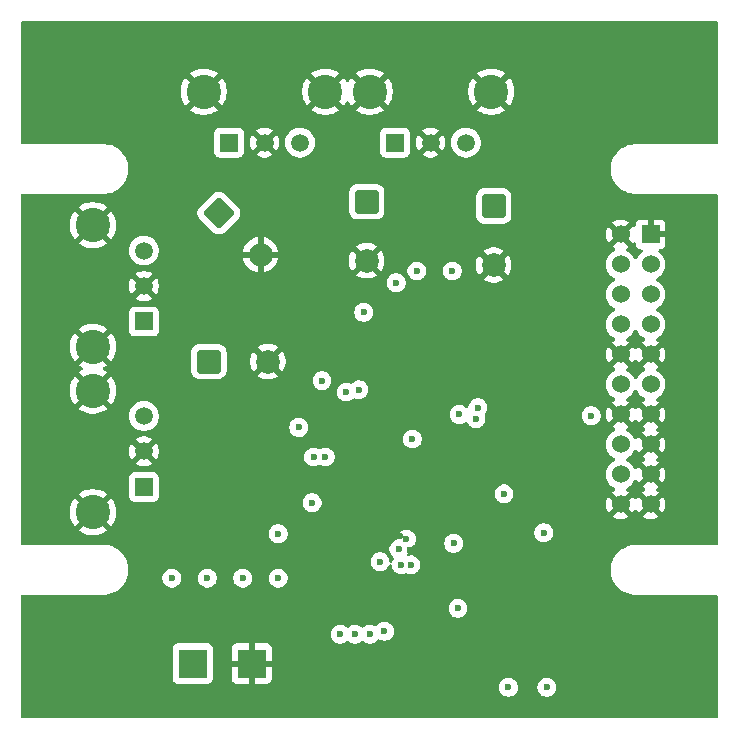
<source format=gbr>
%TF.GenerationSoftware,KiCad,Pcbnew,9.0.6*%
%TF.CreationDate,2026-02-27T09:44:11+00:00*%
%TF.ProjectId,KicadProject,4b696361-6450-4726-9f6a-6563742e6b69,rev?*%
%TF.SameCoordinates,Original*%
%TF.FileFunction,Copper,L5,Inr*%
%TF.FilePolarity,Positive*%
%FSLAX46Y46*%
G04 Gerber Fmt 4.6, Leading zero omitted, Abs format (unit mm)*
G04 Created by KiCad (PCBNEW 9.0.6) date 2026-02-27 09:44:11*
%MOMM*%
%LPD*%
G01*
G04 APERTURE LIST*
G04 Aperture macros list*
%AMRoundRect*
0 Rectangle with rounded corners*
0 $1 Rounding radius*
0 $2 $3 $4 $5 $6 $7 $8 $9 X,Y pos of 4 corners*
0 Add a 4 corners polygon primitive as box body*
4,1,4,$2,$3,$4,$5,$6,$7,$8,$9,$2,$3,0*
0 Add four circle primitives for the rounded corners*
1,1,$1+$1,$2,$3*
1,1,$1+$1,$4,$5*
1,1,$1+$1,$6,$7*
1,1,$1+$1,$8,$9*
0 Add four rect primitives between the rounded corners*
20,1,$1+$1,$2,$3,$4,$5,0*
20,1,$1+$1,$4,$5,$6,$7,0*
20,1,$1+$1,$6,$7,$8,$9,0*
20,1,$1+$1,$8,$9,$2,$3,0*%
G04 Aperture macros list end*
%TA.AperFunction,ComponentPad*%
%ADD10R,1.520000X1.520000*%
%TD*%
%TA.AperFunction,ComponentPad*%
%ADD11C,1.520000*%
%TD*%
%TA.AperFunction,ComponentPad*%
%ADD12C,2.910000*%
%TD*%
%TA.AperFunction,ComponentPad*%
%ADD13RoundRect,0.250000X-0.750000X0.750000X-0.750000X-0.750000X0.750000X-0.750000X0.750000X0.750000X0*%
%TD*%
%TA.AperFunction,ComponentPad*%
%ADD14C,2.000000*%
%TD*%
%TA.AperFunction,ComponentPad*%
%ADD15RoundRect,0.250000X-1.060660X0.000000X0.000000X-1.060660X1.060660X0.000000X0.000000X1.060660X0*%
%TD*%
%TA.AperFunction,ComponentPad*%
%ADD16R,2.421300X2.421300*%
%TD*%
%TA.AperFunction,ComponentPad*%
%ADD17RoundRect,0.250000X-0.750000X-0.750000X0.750000X-0.750000X0.750000X0.750000X-0.750000X0.750000X0*%
%TD*%
%TA.AperFunction,ComponentPad*%
%ADD18R,1.524000X1.524000*%
%TD*%
%TA.AperFunction,ComponentPad*%
%ADD19C,1.524000*%
%TD*%
%TA.AperFunction,ViaPad*%
%ADD20C,0.600000*%
%TD*%
G04 APERTURE END LIST*
D10*
%TO.N,Net-(J2-Pad1)*%
%TO.C,J2*%
X171134250Y-92274941D03*
D11*
%TO.N,GND*%
X171134250Y-89274941D03*
%TO.N,5v_SERVO*%
X171134250Y-86274941D03*
D12*
%TO.N,GND*%
X166814250Y-94424941D03*
X166814250Y-84124941D03*
%TD*%
D13*
%TO.N,5v_SERVO*%
%TO.C,C16*%
X190000000Y-82132323D03*
D14*
%TO.N,GND*%
X190000000Y-87132323D03*
%TD*%
D15*
%TO.N,5v_SERVO*%
%TO.C,C18*%
X177482233Y-83091386D03*
D14*
%TO.N,GND*%
X181017767Y-86626920D03*
%TD*%
D16*
%TO.N,Net-(J7-01)*%
%TO.C,J7*%
X175273500Y-121238650D03*
%TO.N,GND*%
X180273500Y-121238650D03*
%TD*%
D13*
%TO.N,5v_SERVO*%
%TO.C,C19*%
X200750000Y-82500000D03*
D14*
%TO.N,GND*%
X200750000Y-87500000D03*
%TD*%
D17*
%TO.N,5v_SERVO*%
%TO.C,C20*%
X176632323Y-95667505D03*
D14*
%TO.N,GND*%
X181632323Y-95667505D03*
%TD*%
D10*
%TO.N,Net-(J3-Pad1)*%
%TO.C,J3*%
X171134250Y-106274941D03*
D11*
%TO.N,GND*%
X171134250Y-103274941D03*
%TO.N,5v_SERVO*%
X171134250Y-100274941D03*
D12*
%TO.N,GND*%
X166814250Y-108424941D03*
X166814250Y-98124941D03*
%TD*%
D18*
%TO.N,GND*%
%TO.C,J5*%
X214030839Y-84906927D03*
D19*
X211490839Y-84906927D03*
%TO.N,5v_SERVO*%
X214030839Y-87446927D03*
X211490839Y-87446927D03*
X214030839Y-89986927D03*
X211490839Y-89986927D03*
X214030839Y-92526927D03*
X211490839Y-92526927D03*
%TO.N,GND*%
X214030839Y-95066927D03*
X211490839Y-95066927D03*
%TO.N,5V_LOGIC*%
X214030839Y-97606927D03*
X211490839Y-97606927D03*
%TO.N,GND*%
X214030839Y-100146927D03*
X211490839Y-100146927D03*
X214030839Y-102686927D03*
%TO.N,CAN_+*%
X211490839Y-102686927D03*
%TO.N,GND*%
X214030839Y-105226927D03*
%TO.N,CAN_-*%
X211490839Y-105226927D03*
%TO.N,GND*%
X214030839Y-107766927D03*
X211490839Y-107766927D03*
%TD*%
D10*
%TO.N,Net-(J4-Pad1)*%
%TO.C,J4*%
X192400000Y-77134250D03*
D11*
%TO.N,GND*%
X195400000Y-77134250D03*
%TO.N,5v_SERVO*%
X198400000Y-77134250D03*
D12*
%TO.N,GND*%
X190250000Y-72814250D03*
X200550000Y-72814250D03*
%TD*%
D10*
%TO.N,Net-(J6-Pad1)*%
%TO.C,J6*%
X178350000Y-77134250D03*
D11*
%TO.N,GND*%
X181350000Y-77134250D03*
%TO.N,5v_SERVO*%
X184350000Y-77134250D03*
D12*
%TO.N,GND*%
X176200000Y-72814250D03*
X186500000Y-72814250D03*
%TD*%
D20*
%TO.N,3.3V*%
X201625000Y-106875000D03*
X191500000Y-118500000D03*
X191126509Y-112623491D03*
X204985229Y-110164536D03*
X199411883Y-99575959D03*
X184250000Y-101250000D03*
X189305756Y-98055756D03*
X193862144Y-102230339D03*
X202000000Y-123250000D03*
X209000000Y-100250000D03*
X182500000Y-110250000D03*
%TO.N,GND*%
X187000000Y-123750000D03*
X197224236Y-117561607D03*
X188250000Y-107500000D03*
X204999595Y-116482473D03*
X203999318Y-117520423D03*
X212490839Y-76851110D03*
X206500000Y-78500000D03*
X186750000Y-107500000D03*
X201971093Y-117552503D03*
X191000000Y-93750000D03*
X168038179Y-81836679D03*
X209750000Y-97250000D03*
X204971093Y-117552503D03*
X201109471Y-100628118D03*
X210959303Y-77552150D03*
X212597667Y-81766927D03*
X185887411Y-102189886D03*
X186250000Y-111500000D03*
X210240839Y-113266927D03*
X207000000Y-93000000D03*
X193690634Y-111648161D03*
X168038179Y-115836679D03*
X194180256Y-89002069D03*
X192811476Y-110431785D03*
X192912410Y-116762723D03*
X183750000Y-115750000D03*
X194250000Y-101250000D03*
X189500000Y-87500000D03*
X188250000Y-115750000D03*
X203735229Y-110414536D03*
X201999595Y-116482473D03*
X202696912Y-97301156D03*
X198724236Y-117561607D03*
X182000000Y-107250000D03*
X212490839Y-110851110D03*
X166288179Y-76920862D03*
X170288179Y-113420862D03*
X214152932Y-110890056D03*
X214240839Y-115766927D03*
X176750000Y-103500000D03*
X207000000Y-104000000D03*
X194250000Y-99750000D03*
X191500000Y-89750000D03*
X182598900Y-102014899D03*
X186000000Y-91000000D03*
X188750000Y-97250000D03*
X210240839Y-79266927D03*
X204750000Y-77250000D03*
X197000000Y-124750000D03*
X186250000Y-113516374D03*
X181500000Y-90250000D03*
X167931351Y-110920862D03*
X188000000Y-77250000D03*
X169569715Y-115135639D03*
X193992643Y-115750654D03*
X205999595Y-116482473D03*
X202999595Y-116482473D03*
X166376086Y-81797733D03*
X209250000Y-101500000D03*
X204027820Y-116450393D03*
X183829748Y-99347243D03*
X178250000Y-102250000D03*
X192808819Y-115643034D03*
X195905529Y-89000000D03*
X205971093Y-117552503D03*
X195724236Y-117561607D03*
X166288179Y-110920862D03*
X194224236Y-117561607D03*
X180750000Y-100000000D03*
X166376086Y-115797733D03*
X185250000Y-106500000D03*
X203750000Y-91750000D03*
X184304832Y-111095320D03*
X210881410Y-80998933D03*
X198750000Y-103250000D03*
X170288179Y-79420862D03*
X210959303Y-111552150D03*
X202471093Y-111052503D03*
X169569715Y-81135639D03*
X188750000Y-95750000D03*
X205750000Y-106250000D03*
X212597667Y-115766927D03*
X210881410Y-114998933D03*
X207517398Y-97400522D03*
X199750000Y-95250000D03*
X172500000Y-104750000D03*
X178750000Y-107250000D03*
X214240839Y-81766927D03*
X192750000Y-118500000D03*
X169647608Y-111688856D03*
X214152932Y-76890056D03*
X203022174Y-94172636D03*
X201250000Y-91500000D03*
X202971093Y-117552503D03*
X169647608Y-77688856D03*
X168250000Y-96250000D03*
X190250000Y-106750000D03*
X208000000Y-79750000D03*
X197500000Y-96750000D03*
X193500000Y-123500000D03*
X190000000Y-112750000D03*
X167931351Y-76920862D03*
%TO.N,Net-(U3-VCC)*%
X197724236Y-116561607D03*
X193360868Y-110698238D03*
%TO.N,SCL*%
X197849607Y-100150393D03*
X186211980Y-97288020D03*
%TO.N,SWDIO*%
X189000000Y-118750000D03*
X186500000Y-103750000D03*
%TO.N,5V_LOGIC*%
X192724236Y-111561607D03*
X193735229Y-112889150D03*
X197374237Y-111061607D03*
X205250000Y-123250000D03*
X192927509Y-112889150D03*
%TO.N,Net-(J2-Pad1)*%
X176500000Y-114000000D03*
X192500000Y-89000000D03*
%TO.N,Net-(J4-Pad1)*%
X197250000Y-88000000D03*
X182500000Y-114000000D03*
%TO.N,Net-(J6-Pad1)*%
X194250000Y-88000000D03*
X179500000Y-114000000D03*
%TO.N,Net-(J3-Pad1)*%
X189750000Y-91500000D03*
X173500000Y-114000000D03*
%TO.N,SDA*%
X188250000Y-98250000D03*
X199250000Y-100500000D03*
%TO.N,NRST*%
X190250000Y-118750000D03*
X185375000Y-107625000D03*
%TO.N,SWCLK*%
X187750000Y-118750000D03*
X185500000Y-103750000D03*
%TD*%
%TA.AperFunction,Conductor*%
%TO.N,GND*%
G36*
X213557458Y-105423008D02*
G01*
X213624337Y-105538847D01*
X213718919Y-105633429D01*
X213834758Y-105700308D01*
X213894896Y-105716421D01*
X213332122Y-106279195D01*
X213332122Y-106279196D01*
X213369406Y-106306285D01*
X213526721Y-106386442D01*
X213577517Y-106434417D01*
X213594312Y-106502238D01*
X213571774Y-106568373D01*
X213526721Y-106607412D01*
X213369403Y-106687570D01*
X213332122Y-106714656D01*
X213332121Y-106714657D01*
X213894897Y-107277431D01*
X213834758Y-107293546D01*
X213718919Y-107360425D01*
X213624337Y-107455007D01*
X213557458Y-107570846D01*
X213541343Y-107630984D01*
X212978569Y-107068209D01*
X212978568Y-107068210D01*
X212951482Y-107105491D01*
X212871324Y-107262809D01*
X212823349Y-107313605D01*
X212755528Y-107330400D01*
X212689393Y-107307862D01*
X212650354Y-107262809D01*
X212570197Y-107105494D01*
X212543107Y-107068210D01*
X211980333Y-107630984D01*
X211964220Y-107570846D01*
X211897341Y-107455007D01*
X211802759Y-107360425D01*
X211686920Y-107293546D01*
X211626781Y-107277431D01*
X212189555Y-106714658D01*
X212189554Y-106714657D01*
X212152271Y-106687568D01*
X211995507Y-106607692D01*
X211944711Y-106559717D01*
X211927916Y-106491896D01*
X211950454Y-106425761D01*
X211995506Y-106386723D01*
X212152533Y-106306714D01*
X212313303Y-106189908D01*
X212453820Y-106049391D01*
X212570626Y-105888621D01*
X212650635Y-105731594D01*
X212698608Y-105680799D01*
X212766429Y-105664004D01*
X212832564Y-105686541D01*
X212871604Y-105731595D01*
X212951480Y-105888359D01*
X212978569Y-105925642D01*
X212978570Y-105925643D01*
X213541343Y-105362869D01*
X213557458Y-105423008D01*
G37*
%TD.AperFunction*%
%TA.AperFunction,Conductor*%
G36*
X213557458Y-102883008D02*
G01*
X213624337Y-102998847D01*
X213718919Y-103093429D01*
X213834758Y-103160308D01*
X213894896Y-103176421D01*
X213332122Y-103739195D01*
X213332122Y-103739196D01*
X213369406Y-103766285D01*
X213526721Y-103846442D01*
X213577517Y-103894417D01*
X213594312Y-103962238D01*
X213571774Y-104028373D01*
X213526721Y-104067412D01*
X213369403Y-104147570D01*
X213332122Y-104174656D01*
X213332121Y-104174657D01*
X213894897Y-104737431D01*
X213834758Y-104753546D01*
X213718919Y-104820425D01*
X213624337Y-104915007D01*
X213557458Y-105030846D01*
X213541343Y-105090984D01*
X212978569Y-104528209D01*
X212978568Y-104528210D01*
X212951480Y-104565493D01*
X212871603Y-104722259D01*
X212823629Y-104773054D01*
X212755808Y-104789849D01*
X212689673Y-104767311D01*
X212650635Y-104722259D01*
X212570626Y-104565233D01*
X212453820Y-104404463D01*
X212313303Y-104263946D01*
X212152533Y-104147140D01*
X211996057Y-104067411D01*
X211945262Y-104019437D01*
X211928467Y-103951616D01*
X211951004Y-103885481D01*
X211996057Y-103846442D01*
X212152533Y-103766714D01*
X212313303Y-103649908D01*
X212453820Y-103509391D01*
X212570626Y-103348621D01*
X212650635Y-103191594D01*
X212698608Y-103140799D01*
X212766429Y-103124004D01*
X212832564Y-103146541D01*
X212871604Y-103191595D01*
X212951480Y-103348359D01*
X212978569Y-103385642D01*
X212978570Y-103385643D01*
X213541343Y-102822869D01*
X213557458Y-102883008D01*
G37*
%TD.AperFunction*%
%TA.AperFunction,Conductor*%
G36*
X213557458Y-100343008D02*
G01*
X213624337Y-100458847D01*
X213718919Y-100553429D01*
X213834758Y-100620308D01*
X213894896Y-100636421D01*
X213332122Y-101199195D01*
X213332122Y-101199196D01*
X213369406Y-101226285D01*
X213526721Y-101306442D01*
X213577517Y-101354417D01*
X213594312Y-101422238D01*
X213571774Y-101488373D01*
X213526721Y-101527412D01*
X213369403Y-101607570D01*
X213332122Y-101634656D01*
X213332121Y-101634657D01*
X213894897Y-102197431D01*
X213834758Y-102213546D01*
X213718919Y-102280425D01*
X213624337Y-102375007D01*
X213557458Y-102490846D01*
X213541343Y-102550984D01*
X212978569Y-101988209D01*
X212978568Y-101988210D01*
X212951480Y-102025493D01*
X212871603Y-102182259D01*
X212823629Y-102233054D01*
X212755808Y-102249849D01*
X212689673Y-102227311D01*
X212650635Y-102182259D01*
X212570626Y-102025233D01*
X212453820Y-101864463D01*
X212313303Y-101723946D01*
X212152533Y-101607140D01*
X211995506Y-101527130D01*
X211944711Y-101479156D01*
X211927916Y-101411335D01*
X211950453Y-101345200D01*
X211995508Y-101306161D01*
X212152261Y-101226291D01*
X212189555Y-101199195D01*
X211626781Y-100636421D01*
X211686920Y-100620308D01*
X211802759Y-100553429D01*
X211897341Y-100458847D01*
X211964220Y-100343008D01*
X211980334Y-100282869D01*
X212543107Y-100845642D01*
X212570201Y-100808352D01*
X212650354Y-100651044D01*
X212698328Y-100600248D01*
X212766149Y-100583453D01*
X212832284Y-100605990D01*
X212871324Y-100651044D01*
X212951480Y-100808359D01*
X212978569Y-100845642D01*
X212978570Y-100845643D01*
X213541343Y-100282869D01*
X213557458Y-100343008D01*
G37*
%TD.AperFunction*%
%TA.AperFunction,Conductor*%
G36*
X212832285Y-98067092D02*
G01*
X212871323Y-98112145D01*
X212951052Y-98268621D01*
X213067858Y-98429391D01*
X213208375Y-98569908D01*
X213369145Y-98686714D01*
X213526171Y-98766723D01*
X213576966Y-98814696D01*
X213593761Y-98882517D01*
X213571224Y-98948652D01*
X213526171Y-98987691D01*
X213369405Y-99067568D01*
X213332122Y-99094656D01*
X213332121Y-99094657D01*
X213894897Y-99657431D01*
X213834758Y-99673546D01*
X213718919Y-99740425D01*
X213624337Y-99835007D01*
X213557458Y-99950846D01*
X213541343Y-100010984D01*
X212978569Y-99448209D01*
X212978568Y-99448210D01*
X212951482Y-99485491D01*
X212871324Y-99642809D01*
X212823349Y-99693605D01*
X212755528Y-99710400D01*
X212689393Y-99687862D01*
X212650354Y-99642809D01*
X212570197Y-99485494D01*
X212543107Y-99448210D01*
X211980333Y-100010984D01*
X211964220Y-99950846D01*
X211897341Y-99835007D01*
X211802759Y-99740425D01*
X211686920Y-99673546D01*
X211626781Y-99657431D01*
X212189555Y-99094658D01*
X212189554Y-99094657D01*
X212152271Y-99067568D01*
X211995507Y-98987692D01*
X211944711Y-98939717D01*
X211927916Y-98871896D01*
X211950454Y-98805761D01*
X211995506Y-98766723D01*
X212152533Y-98686714D01*
X212313303Y-98569908D01*
X212453820Y-98429391D01*
X212570626Y-98268621D01*
X212650354Y-98112145D01*
X212698329Y-98061350D01*
X212766150Y-98044555D01*
X212832285Y-98067092D01*
G37*
%TD.AperFunction*%
%TA.AperFunction,Conductor*%
G36*
X213557458Y-95263008D02*
G01*
X213624337Y-95378847D01*
X213718919Y-95473429D01*
X213834758Y-95540308D01*
X213894896Y-95556421D01*
X213332122Y-96119195D01*
X213332122Y-96119196D01*
X213369406Y-96146285D01*
X213526170Y-96226161D01*
X213576966Y-96274136D01*
X213593761Y-96341957D01*
X213571223Y-96408092D01*
X213526170Y-96447131D01*
X213369144Y-96527140D01*
X213208372Y-96643948D01*
X213067860Y-96784460D01*
X212951052Y-96945232D01*
X212871324Y-97101707D01*
X212823349Y-97152503D01*
X212755528Y-97169298D01*
X212689393Y-97146760D01*
X212650354Y-97101707D01*
X212603736Y-97010215D01*
X212570626Y-96945233D01*
X212453820Y-96784463D01*
X212313303Y-96643946D01*
X212152533Y-96527140D01*
X211995506Y-96447130D01*
X211944711Y-96399156D01*
X211927916Y-96331335D01*
X211950453Y-96265200D01*
X211995508Y-96226161D01*
X212152261Y-96146291D01*
X212189555Y-96119195D01*
X211626781Y-95556421D01*
X211686920Y-95540308D01*
X211802759Y-95473429D01*
X211897341Y-95378847D01*
X211964220Y-95263008D01*
X211980334Y-95202869D01*
X212543107Y-95765642D01*
X212570201Y-95728352D01*
X212650354Y-95571044D01*
X212698328Y-95520248D01*
X212766149Y-95503453D01*
X212832284Y-95525990D01*
X212871324Y-95571044D01*
X212951480Y-95728359D01*
X212978569Y-95765642D01*
X212978570Y-95765643D01*
X213541343Y-95202869D01*
X213557458Y-95263008D01*
G37*
%TD.AperFunction*%
%TA.AperFunction,Conductor*%
G36*
X212832285Y-92987092D02*
G01*
X212871323Y-93032145D01*
X212951052Y-93188621D01*
X213067858Y-93349391D01*
X213208375Y-93489908D01*
X213369145Y-93606714D01*
X213526171Y-93686723D01*
X213576966Y-93734696D01*
X213593761Y-93802517D01*
X213571224Y-93868652D01*
X213526171Y-93907691D01*
X213369405Y-93987568D01*
X213332122Y-94014656D01*
X213332121Y-94014657D01*
X213894897Y-94577431D01*
X213834758Y-94593546D01*
X213718919Y-94660425D01*
X213624337Y-94755007D01*
X213557458Y-94870846D01*
X213541343Y-94930984D01*
X212978569Y-94368209D01*
X212978568Y-94368210D01*
X212951482Y-94405491D01*
X212871324Y-94562809D01*
X212823349Y-94613605D01*
X212755528Y-94630400D01*
X212689393Y-94607862D01*
X212650354Y-94562809D01*
X212570197Y-94405494D01*
X212543107Y-94368210D01*
X211980333Y-94930984D01*
X211964220Y-94870846D01*
X211897341Y-94755007D01*
X211802759Y-94660425D01*
X211686920Y-94593546D01*
X211626781Y-94577431D01*
X212189555Y-94014658D01*
X212189554Y-94014657D01*
X212152271Y-93987568D01*
X211995507Y-93907692D01*
X211944711Y-93859717D01*
X211927916Y-93791896D01*
X211950454Y-93725761D01*
X211995506Y-93686723D01*
X212152533Y-93606714D01*
X212313303Y-93489908D01*
X212453820Y-93349391D01*
X212570626Y-93188621D01*
X212650354Y-93032145D01*
X212698329Y-92981350D01*
X212766150Y-92964555D01*
X212832285Y-92987092D01*
G37*
%TD.AperFunction*%
%TA.AperFunction,Conductor*%
G36*
X212543107Y-85605642D02*
G01*
X212544522Y-85603696D01*
X212599852Y-85561031D01*
X212669466Y-85555053D01*
X212731260Y-85587660D01*
X212765617Y-85648499D01*
X212768839Y-85676583D01*
X212768839Y-85716771D01*
X212775240Y-85776299D01*
X212775242Y-85776306D01*
X212825484Y-85911013D01*
X212825488Y-85911020D01*
X212911648Y-86026114D01*
X212911651Y-86026117D01*
X213026745Y-86112277D01*
X213026752Y-86112281D01*
X213161459Y-86162523D01*
X213161466Y-86162525D01*
X213220994Y-86168926D01*
X213221011Y-86168927D01*
X213260329Y-86168927D01*
X213327368Y-86188612D01*
X213373123Y-86241416D01*
X213383067Y-86310574D01*
X213354042Y-86374130D01*
X213333214Y-86393245D01*
X213208378Y-86483943D01*
X213208372Y-86483948D01*
X213067860Y-86624460D01*
X212951052Y-86785232D01*
X212871324Y-86941707D01*
X212823349Y-86992503D01*
X212755528Y-87009298D01*
X212689393Y-86986760D01*
X212650354Y-86941707D01*
X212570625Y-86785232D01*
X212567605Y-86781075D01*
X212453820Y-86624463D01*
X212313303Y-86483946D01*
X212152533Y-86367140D01*
X211995506Y-86287130D01*
X211944711Y-86239156D01*
X211927916Y-86171335D01*
X211950453Y-86105200D01*
X211995508Y-86066161D01*
X212152261Y-85986291D01*
X212189555Y-85959195D01*
X211626781Y-85396421D01*
X211686920Y-85380308D01*
X211802759Y-85313429D01*
X211897341Y-85218847D01*
X211964220Y-85103008D01*
X211980334Y-85042869D01*
X212543107Y-85605642D01*
G37*
%TD.AperFunction*%
%TA.AperFunction,Conductor*%
G36*
X219682869Y-66856894D02*
G01*
X219728624Y-66909698D01*
X219739830Y-66961209D01*
X219739830Y-77141646D01*
X219720145Y-77208685D01*
X219667341Y-77254440D01*
X219615830Y-77265646D01*
X212814123Y-77265646D01*
X212813813Y-77265554D01*
X212624992Y-77265550D01*
X212624991Y-77265550D01*
X212624987Y-77265550D01*
X212351982Y-77301484D01*
X212241430Y-77331103D01*
X212086002Y-77372745D01*
X212085991Y-77372749D01*
X211831609Y-77478110D01*
X211831593Y-77478118D01*
X211593131Y-77615787D01*
X211593128Y-77615789D01*
X211374671Y-77783410D01*
X211374662Y-77783418D01*
X211179963Y-77978113D01*
X211179953Y-77978124D01*
X211012329Y-78196568D01*
X211012324Y-78196575D01*
X210874645Y-78435039D01*
X210874644Y-78435041D01*
X210873926Y-78436774D01*
X210769265Y-78689442D01*
X210697996Y-78955419D01*
X210662054Y-79228412D01*
X210662054Y-79503787D01*
X210697996Y-79776780D01*
X210697997Y-79776784D01*
X210769266Y-80042760D01*
X210874644Y-80297159D01*
X210877475Y-80302062D01*
X211012324Y-80535624D01*
X211012329Y-80535631D01*
X211179953Y-80754075D01*
X211179963Y-80754086D01*
X211374662Y-80948781D01*
X211374671Y-80948789D01*
X211593128Y-81116410D01*
X211593131Y-81116412D01*
X211597058Y-81118679D01*
X211831601Y-81254086D01*
X212086003Y-81359455D01*
X212351982Y-81430716D01*
X212624987Y-81466650D01*
X212762663Y-81466646D01*
X212762668Y-81466646D01*
X219615830Y-81466646D01*
X219682869Y-81486331D01*
X219728624Y-81539135D01*
X219739830Y-81590646D01*
X219739830Y-111082772D01*
X219720145Y-111149811D01*
X219667341Y-111195566D01*
X219615830Y-111206772D01*
X212828535Y-111206772D01*
X212828528Y-111206770D01*
X212762636Y-111206772D01*
X212689239Y-111206772D01*
X212688347Y-111206829D01*
X212624966Y-111206831D01*
X212351985Y-111242778D01*
X212351977Y-111242780D01*
X212086031Y-111314047D01*
X212086029Y-111314047D01*
X212086028Y-111314048D01*
X211831651Y-111419422D01*
X211831648Y-111419423D01*
X211831647Y-111419424D01*
X211831641Y-111419427D01*
X211593194Y-111557101D01*
X211374774Y-111724708D01*
X211374762Y-111724718D01*
X211180081Y-111919404D01*
X211180076Y-111919410D01*
X211012464Y-112137849D01*
X211012460Y-112137856D01*
X210874793Y-112376308D01*
X210819430Y-112509971D01*
X210769427Y-112630691D01*
X210698166Y-112896642D01*
X210662228Y-113169629D01*
X210662228Y-113444970D01*
X210698166Y-113717957D01*
X210765683Y-113969934D01*
X210769428Y-113983911D01*
X210874793Y-114238292D01*
X211012460Y-114476744D01*
X211012462Y-114476746D01*
X211012464Y-114476750D01*
X211180076Y-114695189D01*
X211180081Y-114695195D01*
X211326262Y-114841380D01*
X211374765Y-114889884D01*
X211374772Y-114889889D01*
X211374774Y-114889891D01*
X211593194Y-115057498D01*
X211593198Y-115057500D01*
X211593203Y-115057504D01*
X211831651Y-115195178D01*
X212086028Y-115300552D01*
X212351984Y-115371821D01*
X212624966Y-115407768D01*
X212696751Y-115407770D01*
X212696759Y-115407772D01*
X212762636Y-115407772D01*
X212828528Y-115407774D01*
X212828531Y-115407772D01*
X212837151Y-115407773D01*
X212837180Y-115407772D01*
X219615830Y-115407772D01*
X219682869Y-115427457D01*
X219728624Y-115480261D01*
X219739830Y-115531772D01*
X219739830Y-125712209D01*
X219720145Y-125779248D01*
X219667341Y-125825003D01*
X219615830Y-125836209D01*
X160864830Y-125836209D01*
X160797791Y-125816524D01*
X160752036Y-125763720D01*
X160740830Y-125712209D01*
X160740830Y-123171153D01*
X201199500Y-123171153D01*
X201199500Y-123328846D01*
X201230261Y-123483489D01*
X201230264Y-123483501D01*
X201290602Y-123629172D01*
X201290609Y-123629185D01*
X201378210Y-123760288D01*
X201378213Y-123760292D01*
X201489707Y-123871786D01*
X201489711Y-123871789D01*
X201620814Y-123959390D01*
X201620827Y-123959397D01*
X201766498Y-124019735D01*
X201766503Y-124019737D01*
X201921153Y-124050499D01*
X201921156Y-124050500D01*
X201921158Y-124050500D01*
X202078844Y-124050500D01*
X202078845Y-124050499D01*
X202233497Y-124019737D01*
X202379179Y-123959394D01*
X202510289Y-123871789D01*
X202621789Y-123760289D01*
X202709394Y-123629179D01*
X202769737Y-123483497D01*
X202800500Y-123328842D01*
X202800500Y-123171158D01*
X202800500Y-123171155D01*
X202800499Y-123171153D01*
X204449500Y-123171153D01*
X204449500Y-123328846D01*
X204480261Y-123483489D01*
X204480264Y-123483501D01*
X204540602Y-123629172D01*
X204540609Y-123629185D01*
X204628210Y-123760288D01*
X204628213Y-123760292D01*
X204739707Y-123871786D01*
X204739711Y-123871789D01*
X204870814Y-123959390D01*
X204870827Y-123959397D01*
X205016498Y-124019735D01*
X205016503Y-124019737D01*
X205171153Y-124050499D01*
X205171156Y-124050500D01*
X205171158Y-124050500D01*
X205328844Y-124050500D01*
X205328845Y-124050499D01*
X205483497Y-124019737D01*
X205629179Y-123959394D01*
X205760289Y-123871789D01*
X205871789Y-123760289D01*
X205959394Y-123629179D01*
X206019737Y-123483497D01*
X206050500Y-123328842D01*
X206050500Y-123171158D01*
X206050500Y-123171155D01*
X206050499Y-123171153D01*
X206019738Y-123016510D01*
X206019737Y-123016503D01*
X205991901Y-122949300D01*
X205959397Y-122870827D01*
X205959390Y-122870814D01*
X205871789Y-122739711D01*
X205871786Y-122739707D01*
X205760292Y-122628213D01*
X205760288Y-122628210D01*
X205629185Y-122540609D01*
X205629172Y-122540602D01*
X205483501Y-122480264D01*
X205483489Y-122480261D01*
X205328845Y-122449500D01*
X205328842Y-122449500D01*
X205171158Y-122449500D01*
X205171155Y-122449500D01*
X205016510Y-122480261D01*
X205016498Y-122480264D01*
X204870827Y-122540602D01*
X204870814Y-122540609D01*
X204739711Y-122628210D01*
X204739707Y-122628213D01*
X204628213Y-122739707D01*
X204628210Y-122739711D01*
X204540609Y-122870814D01*
X204540602Y-122870827D01*
X204480264Y-123016498D01*
X204480261Y-123016510D01*
X204449500Y-123171153D01*
X202800499Y-123171153D01*
X202769738Y-123016510D01*
X202769737Y-123016503D01*
X202741901Y-122949300D01*
X202709397Y-122870827D01*
X202709390Y-122870814D01*
X202621789Y-122739711D01*
X202621786Y-122739707D01*
X202510292Y-122628213D01*
X202510288Y-122628210D01*
X202379185Y-122540609D01*
X202379172Y-122540602D01*
X202233501Y-122480264D01*
X202233489Y-122480261D01*
X202078845Y-122449500D01*
X202078842Y-122449500D01*
X201921158Y-122449500D01*
X201921155Y-122449500D01*
X201766510Y-122480261D01*
X201766498Y-122480264D01*
X201620827Y-122540602D01*
X201620814Y-122540609D01*
X201489711Y-122628210D01*
X201489707Y-122628213D01*
X201378213Y-122739707D01*
X201378210Y-122739711D01*
X201290609Y-122870814D01*
X201290602Y-122870827D01*
X201230264Y-123016498D01*
X201230261Y-123016510D01*
X201199500Y-123171153D01*
X160740830Y-123171153D01*
X160740830Y-119980135D01*
X173562350Y-119980135D01*
X173562350Y-122497170D01*
X173562351Y-122497176D01*
X173568758Y-122556783D01*
X173619052Y-122691628D01*
X173619056Y-122691635D01*
X173705302Y-122806844D01*
X173705305Y-122806847D01*
X173820514Y-122893093D01*
X173820521Y-122893097D01*
X173955367Y-122943391D01*
X173955366Y-122943391D01*
X173962294Y-122944135D01*
X174014977Y-122949800D01*
X176532022Y-122949799D01*
X176591633Y-122943391D01*
X176726481Y-122893096D01*
X176841696Y-122806846D01*
X176927946Y-122691631D01*
X176978241Y-122556783D01*
X176984650Y-122497173D01*
X176984649Y-121159158D01*
X176984649Y-119980155D01*
X178562850Y-119980155D01*
X178562850Y-120988650D01*
X179503455Y-120988650D01*
X179497417Y-121003228D01*
X179466400Y-121159158D01*
X179466400Y-121318142D01*
X179497417Y-121474072D01*
X179503455Y-121488650D01*
X178562850Y-121488650D01*
X178562850Y-122497144D01*
X178569251Y-122556672D01*
X178569253Y-122556679D01*
X178619495Y-122691386D01*
X178619499Y-122691393D01*
X178705659Y-122806487D01*
X178705662Y-122806490D01*
X178820756Y-122892650D01*
X178820763Y-122892654D01*
X178955470Y-122942896D01*
X178955477Y-122942898D01*
X179015005Y-122949299D01*
X179015022Y-122949300D01*
X180023500Y-122949300D01*
X180023500Y-122008694D01*
X180038078Y-122014733D01*
X180194008Y-122045750D01*
X180352992Y-122045750D01*
X180508922Y-122014733D01*
X180523500Y-122008694D01*
X180523500Y-122949300D01*
X181531978Y-122949300D01*
X181531994Y-122949299D01*
X181591522Y-122942898D01*
X181591529Y-122942896D01*
X181726236Y-122892654D01*
X181726243Y-122892650D01*
X181841337Y-122806490D01*
X181841340Y-122806487D01*
X181927500Y-122691393D01*
X181927504Y-122691386D01*
X181977746Y-122556679D01*
X181977748Y-122556672D01*
X181984149Y-122497144D01*
X181984150Y-122497127D01*
X181984150Y-121488650D01*
X181043545Y-121488650D01*
X181049583Y-121474072D01*
X181080600Y-121318142D01*
X181080600Y-121159158D01*
X181049583Y-121003228D01*
X181043545Y-120988650D01*
X181984150Y-120988650D01*
X181984150Y-119980172D01*
X181984149Y-119980155D01*
X181977748Y-119920627D01*
X181977746Y-119920620D01*
X181927504Y-119785913D01*
X181927500Y-119785906D01*
X181841340Y-119670812D01*
X181841337Y-119670809D01*
X181726243Y-119584649D01*
X181726236Y-119584645D01*
X181591529Y-119534403D01*
X181591522Y-119534401D01*
X181531994Y-119528000D01*
X180523500Y-119528000D01*
X180523500Y-120468605D01*
X180508922Y-120462567D01*
X180352992Y-120431550D01*
X180194008Y-120431550D01*
X180038078Y-120462567D01*
X180023500Y-120468605D01*
X180023500Y-119528000D01*
X179015005Y-119528000D01*
X178955477Y-119534401D01*
X178955470Y-119534403D01*
X178820763Y-119584645D01*
X178820756Y-119584649D01*
X178705662Y-119670809D01*
X178705659Y-119670812D01*
X178619499Y-119785906D01*
X178619495Y-119785913D01*
X178569253Y-119920620D01*
X178569251Y-119920627D01*
X178562850Y-119980155D01*
X176984649Y-119980155D01*
X176984649Y-119980129D01*
X176984648Y-119980123D01*
X176984647Y-119980116D01*
X176978241Y-119920517D01*
X176928034Y-119785906D01*
X176927947Y-119785671D01*
X176927943Y-119785664D01*
X176841697Y-119670455D01*
X176841694Y-119670452D01*
X176726485Y-119584206D01*
X176726478Y-119584202D01*
X176591632Y-119533908D01*
X176591633Y-119533908D01*
X176532033Y-119527501D01*
X176532031Y-119527500D01*
X176532023Y-119527500D01*
X176532014Y-119527500D01*
X174014979Y-119527500D01*
X174014973Y-119527501D01*
X173955366Y-119533908D01*
X173820521Y-119584202D01*
X173820514Y-119584206D01*
X173705305Y-119670452D01*
X173705302Y-119670455D01*
X173619056Y-119785664D01*
X173619052Y-119785671D01*
X173568758Y-119920517D01*
X173562351Y-119980116D01*
X173562351Y-119980123D01*
X173562350Y-119980135D01*
X160740830Y-119980135D01*
X160740830Y-118671153D01*
X186949500Y-118671153D01*
X186949500Y-118828846D01*
X186980261Y-118983489D01*
X186980264Y-118983501D01*
X187040602Y-119129172D01*
X187040609Y-119129185D01*
X187128210Y-119260288D01*
X187128213Y-119260292D01*
X187239707Y-119371786D01*
X187239711Y-119371789D01*
X187370814Y-119459390D01*
X187370827Y-119459397D01*
X187516498Y-119519735D01*
X187516503Y-119519737D01*
X187671153Y-119550499D01*
X187671156Y-119550500D01*
X187671158Y-119550500D01*
X187828844Y-119550500D01*
X187828845Y-119550499D01*
X187983497Y-119519737D01*
X188129179Y-119459394D01*
X188260289Y-119371789D01*
X188260292Y-119371786D01*
X188287319Y-119344760D01*
X188348642Y-119311275D01*
X188418334Y-119316259D01*
X188462681Y-119344760D01*
X188489707Y-119371786D01*
X188489711Y-119371789D01*
X188620814Y-119459390D01*
X188620827Y-119459397D01*
X188766498Y-119519735D01*
X188766503Y-119519737D01*
X188921153Y-119550499D01*
X188921156Y-119550500D01*
X188921158Y-119550500D01*
X189078844Y-119550500D01*
X189078845Y-119550499D01*
X189233497Y-119519737D01*
X189379179Y-119459394D01*
X189510289Y-119371789D01*
X189510292Y-119371786D01*
X189537319Y-119344760D01*
X189598642Y-119311275D01*
X189668334Y-119316259D01*
X189712681Y-119344760D01*
X189739707Y-119371786D01*
X189739711Y-119371789D01*
X189870814Y-119459390D01*
X189870827Y-119459397D01*
X190016498Y-119519735D01*
X190016503Y-119519737D01*
X190171153Y-119550499D01*
X190171156Y-119550500D01*
X190171158Y-119550500D01*
X190328844Y-119550500D01*
X190328845Y-119550499D01*
X190483497Y-119519737D01*
X190629179Y-119459394D01*
X190760289Y-119371789D01*
X190871789Y-119260289D01*
X190903274Y-119213167D01*
X190956884Y-119168363D01*
X191026209Y-119159654D01*
X191075267Y-119178956D01*
X191120821Y-119209394D01*
X191120823Y-119209395D01*
X191120827Y-119209397D01*
X191266498Y-119269735D01*
X191266503Y-119269737D01*
X191421153Y-119300499D01*
X191421156Y-119300500D01*
X191421158Y-119300500D01*
X191578844Y-119300500D01*
X191578845Y-119300499D01*
X191733497Y-119269737D01*
X191879179Y-119209394D01*
X192010289Y-119121789D01*
X192121789Y-119010289D01*
X192209394Y-118879179D01*
X192269737Y-118733497D01*
X192300500Y-118578842D01*
X192300500Y-118421158D01*
X192300500Y-118421155D01*
X192300499Y-118421153D01*
X192269738Y-118266510D01*
X192269737Y-118266503D01*
X192260630Y-118244516D01*
X192209397Y-118120827D01*
X192209390Y-118120814D01*
X192121789Y-117989711D01*
X192121786Y-117989707D01*
X192010292Y-117878213D01*
X192010288Y-117878210D01*
X191879185Y-117790609D01*
X191879172Y-117790602D01*
X191733501Y-117730264D01*
X191733489Y-117730261D01*
X191578845Y-117699500D01*
X191578842Y-117699500D01*
X191421158Y-117699500D01*
X191421155Y-117699500D01*
X191266510Y-117730261D01*
X191266498Y-117730264D01*
X191120827Y-117790602D01*
X191120814Y-117790609D01*
X190989711Y-117878210D01*
X190989707Y-117878213D01*
X190878213Y-117989707D01*
X190878210Y-117989711D01*
X190846725Y-118036832D01*
X190793112Y-118081637D01*
X190723787Y-118090344D01*
X190674732Y-118071043D01*
X190629185Y-118040609D01*
X190629172Y-118040602D01*
X190483501Y-117980264D01*
X190483489Y-117980261D01*
X190328845Y-117949500D01*
X190328842Y-117949500D01*
X190171158Y-117949500D01*
X190171155Y-117949500D01*
X190016510Y-117980261D01*
X190016498Y-117980264D01*
X189870827Y-118040602D01*
X189870814Y-118040609D01*
X189739711Y-118128210D01*
X189739707Y-118128213D01*
X189712681Y-118155240D01*
X189651358Y-118188725D01*
X189581666Y-118183741D01*
X189537319Y-118155240D01*
X189510292Y-118128213D01*
X189510288Y-118128210D01*
X189379185Y-118040609D01*
X189379172Y-118040602D01*
X189233501Y-117980264D01*
X189233489Y-117980261D01*
X189078845Y-117949500D01*
X189078842Y-117949500D01*
X188921158Y-117949500D01*
X188921155Y-117949500D01*
X188766510Y-117980261D01*
X188766498Y-117980264D01*
X188620827Y-118040602D01*
X188620814Y-118040609D01*
X188489711Y-118128210D01*
X188489707Y-118128213D01*
X188462681Y-118155240D01*
X188401358Y-118188725D01*
X188331666Y-118183741D01*
X188287319Y-118155240D01*
X188260292Y-118128213D01*
X188260288Y-118128210D01*
X188129185Y-118040609D01*
X188129172Y-118040602D01*
X187983501Y-117980264D01*
X187983489Y-117980261D01*
X187828845Y-117949500D01*
X187828842Y-117949500D01*
X187671158Y-117949500D01*
X187671155Y-117949500D01*
X187516510Y-117980261D01*
X187516498Y-117980264D01*
X187370827Y-118040602D01*
X187370814Y-118040609D01*
X187239711Y-118128210D01*
X187239707Y-118128213D01*
X187128213Y-118239707D01*
X187128210Y-118239711D01*
X187040609Y-118370814D01*
X187040602Y-118370827D01*
X186980264Y-118516498D01*
X186980261Y-118516510D01*
X186949500Y-118671153D01*
X160740830Y-118671153D01*
X160740830Y-116482760D01*
X196923736Y-116482760D01*
X196923736Y-116640453D01*
X196954497Y-116795096D01*
X196954500Y-116795108D01*
X197014838Y-116940779D01*
X197014845Y-116940792D01*
X197102446Y-117071895D01*
X197102449Y-117071899D01*
X197213943Y-117183393D01*
X197213947Y-117183396D01*
X197345050Y-117270997D01*
X197345063Y-117271004D01*
X197490734Y-117331342D01*
X197490739Y-117331344D01*
X197645389Y-117362106D01*
X197645392Y-117362107D01*
X197645394Y-117362107D01*
X197803080Y-117362107D01*
X197803081Y-117362106D01*
X197957733Y-117331344D01*
X198103415Y-117271001D01*
X198234525Y-117183396D01*
X198346025Y-117071896D01*
X198433630Y-116940786D01*
X198493973Y-116795104D01*
X198524736Y-116640449D01*
X198524736Y-116482765D01*
X198524736Y-116482762D01*
X198524735Y-116482760D01*
X198493974Y-116328117D01*
X198493973Y-116328110D01*
X198493971Y-116328105D01*
X198433633Y-116182434D01*
X198433626Y-116182421D01*
X198346025Y-116051318D01*
X198346022Y-116051314D01*
X198234528Y-115939820D01*
X198234524Y-115939817D01*
X198103421Y-115852216D01*
X198103408Y-115852209D01*
X197957737Y-115791871D01*
X197957725Y-115791868D01*
X197803081Y-115761107D01*
X197803078Y-115761107D01*
X197645394Y-115761107D01*
X197645391Y-115761107D01*
X197490746Y-115791868D01*
X197490734Y-115791871D01*
X197345063Y-115852209D01*
X197345050Y-115852216D01*
X197213947Y-115939817D01*
X197213943Y-115939820D01*
X197102449Y-116051314D01*
X197102446Y-116051318D01*
X197014845Y-116182421D01*
X197014838Y-116182434D01*
X196954500Y-116328105D01*
X196954497Y-116328117D01*
X196923736Y-116482760D01*
X160740830Y-116482760D01*
X160740830Y-115531772D01*
X160760515Y-115464733D01*
X160813319Y-115418978D01*
X160864830Y-115407772D01*
X167666561Y-115407772D01*
X167666741Y-115407825D01*
X167717981Y-115407827D01*
X167717981Y-115407828D01*
X167855661Y-115407835D01*
X168128669Y-115371908D01*
X168128678Y-115371905D01*
X168128681Y-115371905D01*
X168394644Y-115300654D01*
X168394644Y-115300653D01*
X168394651Y-115300652D01*
X168589876Y-115219796D01*
X168649048Y-115195290D01*
X168649048Y-115195289D01*
X168649057Y-115195286D01*
X168887532Y-115057614D01*
X169105997Y-114889992D01*
X169300713Y-114695288D01*
X169357113Y-114621789D01*
X169468337Y-114476846D01*
X169468340Y-114476841D01*
X169468347Y-114476832D01*
X169606033Y-114238365D01*
X169711413Y-113983965D01*
X169728244Y-113921153D01*
X172699500Y-113921153D01*
X172699500Y-114078846D01*
X172730261Y-114233489D01*
X172730264Y-114233501D01*
X172790602Y-114379172D01*
X172790609Y-114379185D01*
X172878210Y-114510288D01*
X172878213Y-114510292D01*
X172989707Y-114621786D01*
X172989711Y-114621789D01*
X173120814Y-114709390D01*
X173120827Y-114709397D01*
X173266498Y-114769735D01*
X173266503Y-114769737D01*
X173421153Y-114800499D01*
X173421156Y-114800500D01*
X173421158Y-114800500D01*
X173578844Y-114800500D01*
X173578845Y-114800499D01*
X173733497Y-114769737D01*
X173846166Y-114723067D01*
X173879172Y-114709397D01*
X173879172Y-114709396D01*
X173879179Y-114709394D01*
X174010289Y-114621789D01*
X174121789Y-114510289D01*
X174209394Y-114379179D01*
X174269737Y-114233497D01*
X174300500Y-114078842D01*
X174300500Y-113921158D01*
X174300500Y-113921155D01*
X174300499Y-113921153D01*
X175699500Y-113921153D01*
X175699500Y-114078846D01*
X175730261Y-114233489D01*
X175730264Y-114233501D01*
X175790602Y-114379172D01*
X175790609Y-114379185D01*
X175878210Y-114510288D01*
X175878213Y-114510292D01*
X175989707Y-114621786D01*
X175989711Y-114621789D01*
X176120814Y-114709390D01*
X176120827Y-114709397D01*
X176266498Y-114769735D01*
X176266503Y-114769737D01*
X176421153Y-114800499D01*
X176421156Y-114800500D01*
X176421158Y-114800500D01*
X176578844Y-114800500D01*
X176578845Y-114800499D01*
X176733497Y-114769737D01*
X176846166Y-114723067D01*
X176879172Y-114709397D01*
X176879172Y-114709396D01*
X176879179Y-114709394D01*
X177010289Y-114621789D01*
X177121789Y-114510289D01*
X177209394Y-114379179D01*
X177269737Y-114233497D01*
X177300500Y-114078842D01*
X177300500Y-113921158D01*
X177300500Y-113921155D01*
X177300499Y-113921153D01*
X178699500Y-113921153D01*
X178699500Y-114078846D01*
X178730261Y-114233489D01*
X178730264Y-114233501D01*
X178790602Y-114379172D01*
X178790609Y-114379185D01*
X178878210Y-114510288D01*
X178878213Y-114510292D01*
X178989707Y-114621786D01*
X178989711Y-114621789D01*
X179120814Y-114709390D01*
X179120827Y-114709397D01*
X179266498Y-114769735D01*
X179266503Y-114769737D01*
X179421153Y-114800499D01*
X179421156Y-114800500D01*
X179421158Y-114800500D01*
X179578844Y-114800500D01*
X179578845Y-114800499D01*
X179733497Y-114769737D01*
X179846166Y-114723067D01*
X179879172Y-114709397D01*
X179879172Y-114709396D01*
X179879179Y-114709394D01*
X180010289Y-114621789D01*
X180121789Y-114510289D01*
X180209394Y-114379179D01*
X180269737Y-114233497D01*
X180300500Y-114078842D01*
X180300500Y-113921158D01*
X180300500Y-113921155D01*
X180300499Y-113921153D01*
X181699500Y-113921153D01*
X181699500Y-114078846D01*
X181730261Y-114233489D01*
X181730264Y-114233501D01*
X181790602Y-114379172D01*
X181790609Y-114379185D01*
X181878210Y-114510288D01*
X181878213Y-114510292D01*
X181989707Y-114621786D01*
X181989711Y-114621789D01*
X182120814Y-114709390D01*
X182120827Y-114709397D01*
X182266498Y-114769735D01*
X182266503Y-114769737D01*
X182421153Y-114800499D01*
X182421156Y-114800500D01*
X182421158Y-114800500D01*
X182578844Y-114800500D01*
X182578845Y-114800499D01*
X182733497Y-114769737D01*
X182846166Y-114723067D01*
X182879172Y-114709397D01*
X182879172Y-114709396D01*
X182879179Y-114709394D01*
X183010289Y-114621789D01*
X183121789Y-114510289D01*
X183209394Y-114379179D01*
X183269737Y-114233497D01*
X183300500Y-114078842D01*
X183300500Y-113921158D01*
X183300500Y-113921155D01*
X183300499Y-113921153D01*
X183269738Y-113766510D01*
X183269737Y-113766503D01*
X183237904Y-113689650D01*
X183209397Y-113620827D01*
X183209390Y-113620814D01*
X183121789Y-113489711D01*
X183121786Y-113489707D01*
X183010292Y-113378213D01*
X183010288Y-113378210D01*
X182879185Y-113290609D01*
X182879172Y-113290602D01*
X182733501Y-113230264D01*
X182733489Y-113230261D01*
X182578845Y-113199500D01*
X182578842Y-113199500D01*
X182421158Y-113199500D01*
X182421155Y-113199500D01*
X182266510Y-113230261D01*
X182266498Y-113230264D01*
X182120827Y-113290602D01*
X182120814Y-113290609D01*
X181989711Y-113378210D01*
X181989707Y-113378213D01*
X181878213Y-113489707D01*
X181878210Y-113489711D01*
X181790609Y-113620814D01*
X181790602Y-113620827D01*
X181730264Y-113766498D01*
X181730261Y-113766510D01*
X181699500Y-113921153D01*
X180300499Y-113921153D01*
X180269738Y-113766510D01*
X180269737Y-113766503D01*
X180237904Y-113689650D01*
X180209397Y-113620827D01*
X180209390Y-113620814D01*
X180121789Y-113489711D01*
X180121786Y-113489707D01*
X180010292Y-113378213D01*
X180010288Y-113378210D01*
X179879185Y-113290609D01*
X179879172Y-113290602D01*
X179733501Y-113230264D01*
X179733489Y-113230261D01*
X179578845Y-113199500D01*
X179578842Y-113199500D01*
X179421158Y-113199500D01*
X179421155Y-113199500D01*
X179266510Y-113230261D01*
X179266498Y-113230264D01*
X179120827Y-113290602D01*
X179120814Y-113290609D01*
X178989711Y-113378210D01*
X178989707Y-113378213D01*
X178878213Y-113489707D01*
X178878210Y-113489711D01*
X178790609Y-113620814D01*
X178790602Y-113620827D01*
X178730264Y-113766498D01*
X178730261Y-113766510D01*
X178699500Y-113921153D01*
X177300499Y-113921153D01*
X177269738Y-113766510D01*
X177269737Y-113766503D01*
X177237904Y-113689650D01*
X177209397Y-113620827D01*
X177209390Y-113620814D01*
X177121789Y-113489711D01*
X177121786Y-113489707D01*
X177010292Y-113378213D01*
X177010288Y-113378210D01*
X176879185Y-113290609D01*
X176879172Y-113290602D01*
X176733501Y-113230264D01*
X176733489Y-113230261D01*
X176578845Y-113199500D01*
X176578842Y-113199500D01*
X176421158Y-113199500D01*
X176421155Y-113199500D01*
X176266510Y-113230261D01*
X176266498Y-113230264D01*
X176120827Y-113290602D01*
X176120814Y-113290609D01*
X175989711Y-113378210D01*
X175989707Y-113378213D01*
X175878213Y-113489707D01*
X175878210Y-113489711D01*
X175790609Y-113620814D01*
X175790602Y-113620827D01*
X175730264Y-113766498D01*
X175730261Y-113766510D01*
X175699500Y-113921153D01*
X174300499Y-113921153D01*
X174269738Y-113766510D01*
X174269737Y-113766503D01*
X174237904Y-113689650D01*
X174209397Y-113620827D01*
X174209390Y-113620814D01*
X174121789Y-113489711D01*
X174121786Y-113489707D01*
X174010292Y-113378213D01*
X174010288Y-113378210D01*
X173879185Y-113290609D01*
X173879172Y-113290602D01*
X173733501Y-113230264D01*
X173733489Y-113230261D01*
X173578845Y-113199500D01*
X173578842Y-113199500D01*
X173421158Y-113199500D01*
X173421155Y-113199500D01*
X173266510Y-113230261D01*
X173266498Y-113230264D01*
X173120827Y-113290602D01*
X173120814Y-113290609D01*
X172989711Y-113378210D01*
X172989707Y-113378213D01*
X172878213Y-113489707D01*
X172878210Y-113489711D01*
X172790609Y-113620814D01*
X172790602Y-113620827D01*
X172730264Y-113766498D01*
X172730261Y-113766510D01*
X172699500Y-113921153D01*
X169728244Y-113921153D01*
X169782684Y-113717987D01*
X169818628Y-113444981D01*
X169818628Y-113169620D01*
X169782685Y-112896614D01*
X169777111Y-112875814D01*
X169711415Y-112630642D01*
X169692928Y-112586011D01*
X169692927Y-112586007D01*
X169675793Y-112544644D01*
X190326009Y-112544644D01*
X190326009Y-112702337D01*
X190356770Y-112856980D01*
X190356773Y-112856992D01*
X190417111Y-113002663D01*
X190417118Y-113002676D01*
X190504719Y-113133779D01*
X190504722Y-113133783D01*
X190616216Y-113245277D01*
X190616220Y-113245280D01*
X190747323Y-113332881D01*
X190747336Y-113332888D01*
X190856755Y-113378210D01*
X190893012Y-113393228D01*
X191047662Y-113423990D01*
X191047665Y-113423991D01*
X191047667Y-113423991D01*
X191205353Y-113423991D01*
X191205354Y-113423990D01*
X191360006Y-113393228D01*
X191505688Y-113332885D01*
X191636798Y-113245280D01*
X191748298Y-113133780D01*
X191835903Y-113002670D01*
X191888448Y-112875813D01*
X191932288Y-112821410D01*
X191998582Y-112799345D01*
X192066282Y-112816624D01*
X192113893Y-112867761D01*
X192127009Y-112923266D01*
X192127009Y-112967996D01*
X192157770Y-113122639D01*
X192157773Y-113122651D01*
X192218111Y-113268322D01*
X192218118Y-113268335D01*
X192305719Y-113399438D01*
X192305722Y-113399442D01*
X192417216Y-113510936D01*
X192417220Y-113510939D01*
X192548323Y-113598540D01*
X192548336Y-113598547D01*
X192694007Y-113658885D01*
X192694012Y-113658887D01*
X192848662Y-113689649D01*
X192848665Y-113689650D01*
X192848667Y-113689650D01*
X193006353Y-113689650D01*
X193006354Y-113689649D01*
X193161006Y-113658887D01*
X193283917Y-113607975D01*
X193353386Y-113600507D01*
X193378818Y-113607975D01*
X193501732Y-113658887D01*
X193656382Y-113689649D01*
X193656385Y-113689650D01*
X193656387Y-113689650D01*
X193814073Y-113689650D01*
X193814074Y-113689649D01*
X193968726Y-113658887D01*
X194114408Y-113598544D01*
X194245518Y-113510939D01*
X194357018Y-113399439D01*
X194444623Y-113268329D01*
X194504966Y-113122647D01*
X194535729Y-112967992D01*
X194535729Y-112810308D01*
X194535729Y-112810305D01*
X194535728Y-112810303D01*
X194514251Y-112702333D01*
X194504966Y-112655653D01*
X194497168Y-112636826D01*
X194444626Y-112509977D01*
X194444619Y-112509964D01*
X194357018Y-112378861D01*
X194357015Y-112378857D01*
X194245521Y-112267363D01*
X194245517Y-112267360D01*
X194114414Y-112179759D01*
X194114401Y-112179752D01*
X193968730Y-112119414D01*
X193968718Y-112119411D01*
X193814074Y-112088650D01*
X193814071Y-112088650D01*
X193656387Y-112088650D01*
X193656382Y-112088650D01*
X193574412Y-112104955D01*
X193504820Y-112098728D01*
X193449643Y-112055865D01*
X193426399Y-111989975D01*
X193435660Y-111935886D01*
X193469680Y-111853752D01*
X193493973Y-111795104D01*
X193524736Y-111640449D01*
X193524736Y-111579669D01*
X193544421Y-111512630D01*
X193597225Y-111466875D01*
X193601206Y-111465141D01*
X193740047Y-111407632D01*
X193871157Y-111320027D01*
X193982657Y-111208527D01*
X194070262Y-111077417D01*
X194070265Y-111077410D01*
X194109470Y-110982760D01*
X196573737Y-110982760D01*
X196573737Y-111140453D01*
X196604498Y-111295096D01*
X196604501Y-111295108D01*
X196664839Y-111440779D01*
X196664846Y-111440792D01*
X196752447Y-111571895D01*
X196752450Y-111571899D01*
X196863944Y-111683393D01*
X196863948Y-111683396D01*
X196995051Y-111770997D01*
X196995064Y-111771004D01*
X197120574Y-111822991D01*
X197140740Y-111831344D01*
X197253392Y-111853752D01*
X197295390Y-111862106D01*
X197295393Y-111862107D01*
X197295395Y-111862107D01*
X197453081Y-111862107D01*
X197453082Y-111862106D01*
X197607734Y-111831344D01*
X197753416Y-111771001D01*
X197884526Y-111683396D01*
X197996026Y-111571896D01*
X198083631Y-111440786D01*
X198143974Y-111295104D01*
X198174737Y-111140449D01*
X198174737Y-110982765D01*
X198174737Y-110982762D01*
X198174736Y-110982760D01*
X198152662Y-110871789D01*
X198143974Y-110828110D01*
X198126665Y-110786322D01*
X198083634Y-110682434D01*
X198083627Y-110682421D01*
X197996026Y-110551318D01*
X197996023Y-110551314D01*
X197884529Y-110439820D01*
X197884525Y-110439817D01*
X197753422Y-110352216D01*
X197753409Y-110352209D01*
X197607738Y-110291871D01*
X197607726Y-110291868D01*
X197453082Y-110261107D01*
X197453079Y-110261107D01*
X197295395Y-110261107D01*
X197295392Y-110261107D01*
X197140747Y-110291868D01*
X197140735Y-110291871D01*
X196995064Y-110352209D01*
X196995051Y-110352216D01*
X196863948Y-110439817D01*
X196863944Y-110439820D01*
X196752450Y-110551314D01*
X196752447Y-110551318D01*
X196664846Y-110682421D01*
X196664839Y-110682434D01*
X196604501Y-110828105D01*
X196604498Y-110828117D01*
X196573737Y-110982760D01*
X194109470Y-110982760D01*
X194130602Y-110931743D01*
X194130602Y-110931741D01*
X194130605Y-110931735D01*
X194161368Y-110777080D01*
X194161368Y-110619396D01*
X194161368Y-110619393D01*
X194161367Y-110619391D01*
X194147826Y-110551318D01*
X194130605Y-110464741D01*
X194130603Y-110464736D01*
X194070265Y-110319065D01*
X194070258Y-110319052D01*
X193982657Y-110187949D01*
X193982654Y-110187945D01*
X193880398Y-110085689D01*
X204184729Y-110085689D01*
X204184729Y-110243382D01*
X204215490Y-110398025D01*
X204215493Y-110398037D01*
X204275831Y-110543708D01*
X204275838Y-110543721D01*
X204363439Y-110674824D01*
X204363442Y-110674828D01*
X204474936Y-110786322D01*
X204474940Y-110786325D01*
X204606043Y-110873926D01*
X204606056Y-110873933D01*
X204745624Y-110931743D01*
X204751732Y-110934273D01*
X204878003Y-110959390D01*
X204906382Y-110965035D01*
X204906385Y-110965036D01*
X204906387Y-110965036D01*
X205064073Y-110965036D01*
X205064074Y-110965035D01*
X205218726Y-110934273D01*
X205364408Y-110873930D01*
X205495518Y-110786325D01*
X205607018Y-110674825D01*
X205694623Y-110543715D01*
X205754966Y-110398033D01*
X205785729Y-110243378D01*
X205785729Y-110085694D01*
X205785729Y-110085691D01*
X205785728Y-110085689D01*
X205763266Y-109972765D01*
X205754966Y-109931039D01*
X205753914Y-109928499D01*
X205694626Y-109785363D01*
X205694619Y-109785350D01*
X205607018Y-109654247D01*
X205607015Y-109654243D01*
X205495521Y-109542749D01*
X205495517Y-109542746D01*
X205364414Y-109455145D01*
X205364401Y-109455138D01*
X205218730Y-109394800D01*
X205218718Y-109394797D01*
X205064074Y-109364036D01*
X205064071Y-109364036D01*
X204906387Y-109364036D01*
X204906384Y-109364036D01*
X204751739Y-109394797D01*
X204751727Y-109394800D01*
X204606056Y-109455138D01*
X204606043Y-109455145D01*
X204474940Y-109542746D01*
X204474936Y-109542749D01*
X204363442Y-109654243D01*
X204363439Y-109654247D01*
X204275838Y-109785350D01*
X204275831Y-109785363D01*
X204215493Y-109931034D01*
X204215490Y-109931046D01*
X204184729Y-110085689D01*
X193880398Y-110085689D01*
X193871160Y-110076451D01*
X193871156Y-110076448D01*
X193740053Y-109988847D01*
X193740040Y-109988840D01*
X193594369Y-109928502D01*
X193594357Y-109928499D01*
X193439713Y-109897738D01*
X193439710Y-109897738D01*
X193282026Y-109897738D01*
X193282023Y-109897738D01*
X193127378Y-109928499D01*
X193127366Y-109928502D01*
X192981695Y-109988840D01*
X192981682Y-109988847D01*
X192850579Y-110076448D01*
X192850575Y-110076451D01*
X192739081Y-110187945D01*
X192739078Y-110187949D01*
X192651477Y-110319052D01*
X192651470Y-110319065D01*
X192591132Y-110464736D01*
X192591129Y-110464748D01*
X192560368Y-110619391D01*
X192560368Y-110680174D01*
X192540683Y-110747213D01*
X192487879Y-110792968D01*
X192483821Y-110794735D01*
X192345059Y-110852211D01*
X192345050Y-110852216D01*
X192213947Y-110939817D01*
X192213943Y-110939820D01*
X192102449Y-111051314D01*
X192102446Y-111051318D01*
X192014845Y-111182421D01*
X192014838Y-111182434D01*
X191954500Y-111328105D01*
X191954497Y-111328117D01*
X191923736Y-111482760D01*
X191923736Y-111640453D01*
X191954497Y-111795096D01*
X191954500Y-111795108D01*
X192014838Y-111940779D01*
X192014845Y-111940792D01*
X192102446Y-112071895D01*
X192102449Y-112071899D01*
X192213944Y-112183394D01*
X192213947Y-112183396D01*
X192264584Y-112217231D01*
X192309388Y-112270841D01*
X192318097Y-112340166D01*
X192298795Y-112389222D01*
X192218121Y-112509959D01*
X192218111Y-112509977D01*
X192165570Y-112636826D01*
X192121729Y-112691230D01*
X192055435Y-112713295D01*
X191987736Y-112696016D01*
X191940125Y-112644879D01*
X191927009Y-112589374D01*
X191927009Y-112544646D01*
X191927008Y-112544644D01*
X191896247Y-112390001D01*
X191896246Y-112389994D01*
X191851548Y-112282082D01*
X191835906Y-112244318D01*
X191835899Y-112244305D01*
X191748298Y-112113202D01*
X191748295Y-112113198D01*
X191636801Y-112001704D01*
X191636797Y-112001701D01*
X191505694Y-111914100D01*
X191505681Y-111914093D01*
X191360010Y-111853755D01*
X191359998Y-111853752D01*
X191205354Y-111822991D01*
X191205351Y-111822991D01*
X191047667Y-111822991D01*
X191047664Y-111822991D01*
X190893019Y-111853752D01*
X190893007Y-111853755D01*
X190747336Y-111914093D01*
X190747323Y-111914100D01*
X190616220Y-112001701D01*
X190616216Y-112001704D01*
X190504722Y-112113198D01*
X190504719Y-112113202D01*
X190417118Y-112244305D01*
X190417111Y-112244318D01*
X190356773Y-112389989D01*
X190356770Y-112390001D01*
X190326009Y-112544644D01*
X169675793Y-112544644D01*
X169606039Y-112376248D01*
X169606031Y-112376233D01*
X169468348Y-112137769D01*
X169468345Y-112137765D01*
X169468338Y-112137754D01*
X169300721Y-111919321D01*
X169300720Y-111919320D01*
X169300717Y-111919317D01*
X169300714Y-111919313D01*
X169105998Y-111724609D01*
X169105993Y-111724605D01*
X169105992Y-111724604D01*
X168887536Y-111556987D01*
X168686262Y-111440792D01*
X168649058Y-111419314D01*
X168649056Y-111419313D01*
X168649054Y-111419312D01*
X168649050Y-111419310D01*
X168394646Y-111313946D01*
X168128682Y-111242694D01*
X168128671Y-111242692D01*
X167855666Y-111206765D01*
X167855663Y-111206765D01*
X167717982Y-111206772D01*
X160864830Y-111206772D01*
X160797791Y-111187087D01*
X160752036Y-111134283D01*
X160740830Y-111082772D01*
X160740830Y-108296803D01*
X164859250Y-108296803D01*
X164859250Y-108553078D01*
X164892698Y-108807150D01*
X164892701Y-108807163D01*
X164959029Y-109054706D01*
X165057099Y-109291467D01*
X165057101Y-109291471D01*
X165185239Y-109513410D01*
X165185240Y-109513411D01*
X165266424Y-109619212D01*
X165802786Y-109082849D01*
X165895128Y-109209946D01*
X166029245Y-109344063D01*
X166156339Y-109436402D01*
X165619977Y-109972764D01*
X165619977Y-109972765D01*
X165725779Y-110053950D01*
X165725780Y-110053951D01*
X165947719Y-110182089D01*
X165947723Y-110182091D01*
X166184484Y-110280161D01*
X166432027Y-110346489D01*
X166432040Y-110346492D01*
X166686112Y-110379941D01*
X166942388Y-110379941D01*
X167196459Y-110346492D01*
X167196472Y-110346489D01*
X167444015Y-110280161D01*
X167680776Y-110182091D01*
X167680787Y-110182086D01*
X167699723Y-110171153D01*
X181699500Y-110171153D01*
X181699500Y-110328846D01*
X181730261Y-110483489D01*
X181730264Y-110483501D01*
X181790602Y-110629172D01*
X181790609Y-110629185D01*
X181878210Y-110760288D01*
X181878213Y-110760292D01*
X181989707Y-110871786D01*
X181989711Y-110871789D01*
X182120814Y-110959390D01*
X182120827Y-110959397D01*
X182266498Y-111019735D01*
X182266503Y-111019737D01*
X182421153Y-111050499D01*
X182421156Y-111050500D01*
X182421158Y-111050500D01*
X182578844Y-111050500D01*
X182578845Y-111050499D01*
X182733497Y-111019737D01*
X182879179Y-110959394D01*
X183010289Y-110871789D01*
X183121789Y-110760289D01*
X183209394Y-110629179D01*
X183213448Y-110619393D01*
X183241646Y-110551314D01*
X183269737Y-110483497D01*
X183300500Y-110328842D01*
X183300500Y-110171158D01*
X183300500Y-110171155D01*
X183300499Y-110171153D01*
X183277186Y-110053951D01*
X183269737Y-110016503D01*
X183258282Y-109988847D01*
X183209397Y-109870827D01*
X183209390Y-109870814D01*
X183121789Y-109739711D01*
X183121786Y-109739707D01*
X183010292Y-109628213D01*
X183010288Y-109628210D01*
X182879185Y-109540609D01*
X182879172Y-109540602D01*
X182733501Y-109480264D01*
X182733489Y-109480261D01*
X182578845Y-109449500D01*
X182578842Y-109449500D01*
X182421158Y-109449500D01*
X182421155Y-109449500D01*
X182266510Y-109480261D01*
X182266498Y-109480264D01*
X182120827Y-109540602D01*
X182120814Y-109540609D01*
X181989711Y-109628210D01*
X181989707Y-109628213D01*
X181878213Y-109739707D01*
X181878210Y-109739711D01*
X181790609Y-109870814D01*
X181790602Y-109870827D01*
X181730264Y-110016498D01*
X181730261Y-110016510D01*
X181699500Y-110171153D01*
X167699723Y-110171153D01*
X167896265Y-110057679D01*
X167902726Y-110053948D01*
X168008521Y-109972767D01*
X168008521Y-109972764D01*
X167472159Y-109436403D01*
X167599255Y-109344063D01*
X167733372Y-109209946D01*
X167825712Y-109082851D01*
X168362073Y-109619212D01*
X168362076Y-109619212D01*
X168443255Y-109513420D01*
X168571398Y-109291471D01*
X168571400Y-109291467D01*
X168669470Y-109054706D01*
X168735798Y-108807163D01*
X168735801Y-108807150D01*
X168742568Y-108755751D01*
X168769250Y-108553078D01*
X168769250Y-108296803D01*
X168735801Y-108042731D01*
X168735798Y-108042718D01*
X168669470Y-107795175D01*
X168571400Y-107558414D01*
X168571398Y-107558410D01*
X168564321Y-107546153D01*
X184574500Y-107546153D01*
X184574500Y-107703846D01*
X184605261Y-107858489D01*
X184605264Y-107858501D01*
X184665602Y-108004172D01*
X184665609Y-108004185D01*
X184753210Y-108135288D01*
X184753213Y-108135292D01*
X184864707Y-108246786D01*
X184864711Y-108246789D01*
X184995814Y-108334390D01*
X184995827Y-108334397D01*
X185141498Y-108394735D01*
X185141503Y-108394737D01*
X185293343Y-108424940D01*
X185296153Y-108425499D01*
X185296156Y-108425500D01*
X185296158Y-108425500D01*
X185453844Y-108425500D01*
X185453845Y-108425499D01*
X185608497Y-108394737D01*
X185754179Y-108334394D01*
X185885289Y-108246789D01*
X185996789Y-108135289D01*
X186084394Y-108004179D01*
X186144737Y-107858497D01*
X186175500Y-107703842D01*
X186175500Y-107546158D01*
X186175500Y-107546155D01*
X186175499Y-107546153D01*
X186144933Y-107392488D01*
X186144737Y-107391503D01*
X186110092Y-107307862D01*
X186084397Y-107245827D01*
X186084390Y-107245814D01*
X185996789Y-107114711D01*
X185996786Y-107114707D01*
X185885292Y-107003213D01*
X185885288Y-107003210D01*
X185754185Y-106915609D01*
X185754173Y-106915602D01*
X185727674Y-106904627D01*
X185608501Y-106855264D01*
X185608489Y-106855261D01*
X185453845Y-106824500D01*
X185453842Y-106824500D01*
X185296158Y-106824500D01*
X185296155Y-106824500D01*
X185141510Y-106855261D01*
X185141498Y-106855264D01*
X184995827Y-106915602D01*
X184995814Y-106915609D01*
X184864711Y-107003210D01*
X184864707Y-107003213D01*
X184753213Y-107114707D01*
X184753210Y-107114711D01*
X184665609Y-107245814D01*
X184665602Y-107245827D01*
X184605264Y-107391498D01*
X184605261Y-107391510D01*
X184574500Y-107546153D01*
X168564321Y-107546153D01*
X168443260Y-107336471D01*
X168443259Y-107336470D01*
X168362074Y-107230668D01*
X168362073Y-107230668D01*
X167825711Y-107767030D01*
X167733372Y-107639936D01*
X167599255Y-107505819D01*
X167472158Y-107413477D01*
X168008521Y-106877115D01*
X167902720Y-106795931D01*
X167902719Y-106795930D01*
X167680780Y-106667792D01*
X167680776Y-106667790D01*
X167444015Y-106569720D01*
X167196472Y-106503392D01*
X167196459Y-106503389D01*
X166942388Y-106469941D01*
X166686112Y-106469941D01*
X166432040Y-106503389D01*
X166432027Y-106503392D01*
X166184484Y-106569720D01*
X165947723Y-106667790D01*
X165947719Y-106667792D01*
X165725780Y-106795930D01*
X165725770Y-106795936D01*
X165619977Y-106877114D01*
X165619977Y-106877115D01*
X166156340Y-107413478D01*
X166029245Y-107505819D01*
X165895128Y-107639936D01*
X165802787Y-107767031D01*
X165266424Y-107230668D01*
X165266423Y-107230668D01*
X165185245Y-107336461D01*
X165185239Y-107336471D01*
X165057101Y-107558410D01*
X165057099Y-107558414D01*
X164959029Y-107795175D01*
X164892701Y-108042718D01*
X164892698Y-108042731D01*
X164859250Y-108296803D01*
X160740830Y-108296803D01*
X160740830Y-105467076D01*
X169873750Y-105467076D01*
X169873750Y-107082811D01*
X169873751Y-107082817D01*
X169880158Y-107142424D01*
X169930452Y-107277269D01*
X169930456Y-107277276D01*
X170016702Y-107392485D01*
X170016705Y-107392488D01*
X170131914Y-107478734D01*
X170131921Y-107478738D01*
X170266767Y-107529032D01*
X170266766Y-107529032D01*
X170273694Y-107529776D01*
X170326377Y-107535441D01*
X171942122Y-107535440D01*
X172001733Y-107529032D01*
X172136581Y-107478737D01*
X172146378Y-107471403D01*
X172187259Y-107440800D01*
X172223896Y-107413373D01*
X172251796Y-107392487D01*
X172338046Y-107277272D01*
X172388341Y-107142424D01*
X172394750Y-107082814D01*
X172394750Y-106796153D01*
X200824500Y-106796153D01*
X200824500Y-106953846D01*
X200855261Y-107108489D01*
X200855264Y-107108501D01*
X200915602Y-107254172D01*
X200915609Y-107254185D01*
X201003210Y-107385288D01*
X201003213Y-107385292D01*
X201114707Y-107496786D01*
X201114711Y-107496789D01*
X201245814Y-107584390D01*
X201245827Y-107584397D01*
X201379912Y-107639936D01*
X201391503Y-107644737D01*
X201546153Y-107675499D01*
X201546156Y-107675500D01*
X201546158Y-107675500D01*
X201703844Y-107675500D01*
X201703845Y-107675499D01*
X201858497Y-107644737D01*
X202004179Y-107584394D01*
X202027322Y-107568929D01*
X202041240Y-107559631D01*
X202087034Y-107529032D01*
X202135289Y-107496789D01*
X202246789Y-107385289D01*
X202334394Y-107254179D01*
X202337854Y-107245827D01*
X202392163Y-107114711D01*
X202394737Y-107108497D01*
X202425500Y-106953842D01*
X202425500Y-106796158D01*
X202425500Y-106796155D01*
X202425499Y-106796153D01*
X202425455Y-106795930D01*
X202394737Y-106641503D01*
X202365004Y-106569720D01*
X202334397Y-106495827D01*
X202334390Y-106495814D01*
X202246789Y-106364711D01*
X202246786Y-106364707D01*
X202135292Y-106253213D01*
X202135288Y-106253210D01*
X202004185Y-106165609D01*
X202004172Y-106165602D01*
X201858501Y-106105264D01*
X201858489Y-106105261D01*
X201703845Y-106074500D01*
X201703842Y-106074500D01*
X201546158Y-106074500D01*
X201546155Y-106074500D01*
X201391510Y-106105261D01*
X201391498Y-106105264D01*
X201245827Y-106165602D01*
X201245814Y-106165609D01*
X201114711Y-106253210D01*
X201114707Y-106253213D01*
X201003213Y-106364707D01*
X201003210Y-106364711D01*
X200915609Y-106495814D01*
X200915602Y-106495827D01*
X200855264Y-106641498D01*
X200855261Y-106641510D01*
X200824500Y-106796153D01*
X172394750Y-106796153D01*
X172394749Y-105467069D01*
X172388341Y-105407458D01*
X172358066Y-105326287D01*
X172338047Y-105272612D01*
X172338043Y-105272605D01*
X172251797Y-105157396D01*
X172251794Y-105157393D01*
X172136585Y-105071147D01*
X172136578Y-105071143D01*
X172001732Y-105020849D01*
X172001733Y-105020849D01*
X171942133Y-105014442D01*
X171942131Y-105014441D01*
X171942123Y-105014441D01*
X171942114Y-105014441D01*
X170326379Y-105014441D01*
X170326373Y-105014442D01*
X170266766Y-105020849D01*
X170131921Y-105071143D01*
X170131914Y-105071147D01*
X170016705Y-105157393D01*
X170016702Y-105157396D01*
X169930456Y-105272605D01*
X169930452Y-105272612D01*
X169880158Y-105407458D01*
X169873751Y-105467057D01*
X169873751Y-105467064D01*
X169873750Y-105467076D01*
X160740830Y-105467076D01*
X160740830Y-103175777D01*
X169874250Y-103175777D01*
X169874250Y-103374104D01*
X169905276Y-103569993D01*
X169966560Y-103758610D01*
X169966561Y-103758613D01*
X170056600Y-103935321D01*
X170083411Y-103972224D01*
X170643121Y-103412515D01*
X170659005Y-103471794D01*
X170726148Y-103588088D01*
X170821103Y-103683043D01*
X170937397Y-103750186D01*
X170996674Y-103766069D01*
X170436964Y-104325778D01*
X170436965Y-104325779D01*
X170473862Y-104352586D01*
X170650577Y-104442629D01*
X170650580Y-104442630D01*
X170839197Y-104503914D01*
X171035087Y-104534941D01*
X171233413Y-104534941D01*
X171429302Y-104503914D01*
X171617919Y-104442630D01*
X171617922Y-104442629D01*
X171794632Y-104352589D01*
X171831533Y-104325778D01*
X171831534Y-104325777D01*
X171271825Y-103766068D01*
X171331103Y-103750186D01*
X171447397Y-103683043D01*
X171542352Y-103588088D01*
X171609495Y-103471794D01*
X171625378Y-103412516D01*
X172185086Y-103972225D01*
X172185087Y-103972224D01*
X172211898Y-103935323D01*
X172301938Y-103758613D01*
X172301940Y-103758607D01*
X172330355Y-103671153D01*
X184699500Y-103671153D01*
X184699500Y-103828846D01*
X184730261Y-103983489D01*
X184730264Y-103983501D01*
X184790602Y-104129172D01*
X184790609Y-104129185D01*
X184878210Y-104260288D01*
X184878213Y-104260292D01*
X184989707Y-104371786D01*
X184989711Y-104371789D01*
X185120814Y-104459390D01*
X185120827Y-104459397D01*
X185266498Y-104519735D01*
X185266503Y-104519737D01*
X185421153Y-104550499D01*
X185421156Y-104550500D01*
X185421158Y-104550500D01*
X185578844Y-104550500D01*
X185578845Y-104550499D01*
X185733497Y-104519737D01*
X185879179Y-104459394D01*
X185931110Y-104424694D01*
X185997785Y-104403816D01*
X186065165Y-104422300D01*
X186068863Y-104424676D01*
X186120821Y-104459394D01*
X186120823Y-104459395D01*
X186120825Y-104459396D01*
X186266498Y-104519735D01*
X186266503Y-104519737D01*
X186421153Y-104550499D01*
X186421156Y-104550500D01*
X186421158Y-104550500D01*
X186578844Y-104550500D01*
X186578845Y-104550499D01*
X186733497Y-104519737D01*
X186879179Y-104459394D01*
X187010289Y-104371789D01*
X187121789Y-104260289D01*
X187209394Y-104129179D01*
X187269737Y-103983497D01*
X187300500Y-103828842D01*
X187300500Y-103671158D01*
X187300500Y-103671155D01*
X187300499Y-103671153D01*
X187296272Y-103649905D01*
X187269737Y-103516503D01*
X187251218Y-103471794D01*
X187209397Y-103370827D01*
X187209390Y-103370814D01*
X187121789Y-103239711D01*
X187121786Y-103239707D01*
X187010292Y-103128213D01*
X187010288Y-103128210D01*
X186879185Y-103040609D01*
X186879172Y-103040602D01*
X186733501Y-102980264D01*
X186733489Y-102980261D01*
X186578845Y-102949500D01*
X186578842Y-102949500D01*
X186421158Y-102949500D01*
X186421155Y-102949500D01*
X186266510Y-102980261D01*
X186266498Y-102980264D01*
X186120827Y-103040602D01*
X186120814Y-103040609D01*
X186068891Y-103075304D01*
X186002214Y-103096182D01*
X185934833Y-103077698D01*
X185931109Y-103075304D01*
X185879185Y-103040609D01*
X185879172Y-103040602D01*
X185733501Y-102980264D01*
X185733489Y-102980261D01*
X185578845Y-102949500D01*
X185578842Y-102949500D01*
X185421158Y-102949500D01*
X185421155Y-102949500D01*
X185266510Y-102980261D01*
X185266498Y-102980264D01*
X185120827Y-103040602D01*
X185120814Y-103040609D01*
X184989711Y-103128210D01*
X184989707Y-103128213D01*
X184878213Y-103239707D01*
X184878210Y-103239711D01*
X184790609Y-103370814D01*
X184790602Y-103370827D01*
X184730264Y-103516498D01*
X184730261Y-103516510D01*
X184699500Y-103671153D01*
X172330355Y-103671153D01*
X172344783Y-103626749D01*
X172344783Y-103626748D01*
X172363224Y-103569992D01*
X172394250Y-103374104D01*
X172394250Y-103175777D01*
X172363223Y-102979888D01*
X172301939Y-102791271D01*
X172301938Y-102791268D01*
X172211895Y-102614553D01*
X172185088Y-102577656D01*
X172185087Y-102577655D01*
X171625377Y-103137364D01*
X171609495Y-103078088D01*
X171542352Y-102961794D01*
X171447397Y-102866839D01*
X171331103Y-102799696D01*
X171271824Y-102783812D01*
X171831533Y-102224102D01*
X171794630Y-102197291D01*
X171704746Y-102151492D01*
X193061644Y-102151492D01*
X193061644Y-102309185D01*
X193092405Y-102463828D01*
X193092408Y-102463840D01*
X193152746Y-102609511D01*
X193152753Y-102609524D01*
X193240354Y-102740627D01*
X193240357Y-102740631D01*
X193351851Y-102852125D01*
X193351855Y-102852128D01*
X193482958Y-102939729D01*
X193482971Y-102939736D01*
X193625680Y-102998847D01*
X193628647Y-103000076D01*
X193783297Y-103030838D01*
X193783300Y-103030839D01*
X193783302Y-103030839D01*
X193940988Y-103030839D01*
X193940989Y-103030838D01*
X194095641Y-103000076D01*
X194241323Y-102939733D01*
X194372433Y-102852128D01*
X194483933Y-102740628D01*
X194571538Y-102609518D01*
X194571539Y-102609515D01*
X194571541Y-102609512D01*
X194602304Y-102535242D01*
X194602304Y-102535241D01*
X194631881Y-102463836D01*
X194662644Y-102309181D01*
X194662644Y-102151497D01*
X194662644Y-102151494D01*
X194662643Y-102151492D01*
X194642554Y-102050499D01*
X194631881Y-101996842D01*
X194580082Y-101871786D01*
X194571541Y-101851166D01*
X194571534Y-101851153D01*
X194483933Y-101720050D01*
X194483930Y-101720046D01*
X194372436Y-101608552D01*
X194372432Y-101608549D01*
X194241329Y-101520948D01*
X194241316Y-101520941D01*
X194095645Y-101460603D01*
X194095633Y-101460600D01*
X193940989Y-101429839D01*
X193940986Y-101429839D01*
X193783302Y-101429839D01*
X193783299Y-101429839D01*
X193628654Y-101460600D01*
X193628642Y-101460603D01*
X193482971Y-101520941D01*
X193482958Y-101520948D01*
X193351855Y-101608549D01*
X193351851Y-101608552D01*
X193240357Y-101720046D01*
X193240354Y-101720050D01*
X193152753Y-101851153D01*
X193152746Y-101851166D01*
X193092408Y-101996837D01*
X193092405Y-101996849D01*
X193061644Y-102151492D01*
X171704746Y-102151492D01*
X171617922Y-102107252D01*
X171617919Y-102107251D01*
X171429302Y-102045967D01*
X171233413Y-102014941D01*
X171035087Y-102014941D01*
X170839197Y-102045967D01*
X170650580Y-102107251D01*
X170650572Y-102107254D01*
X170473865Y-102197293D01*
X170436965Y-102224101D01*
X170436965Y-102224102D01*
X170996675Y-102783812D01*
X170937397Y-102799696D01*
X170821103Y-102866839D01*
X170726148Y-102961794D01*
X170659005Y-103078088D01*
X170643121Y-103137366D01*
X170083411Y-102577656D01*
X170083410Y-102577656D01*
X170056602Y-102614556D01*
X169966563Y-102791263D01*
X169966560Y-102791271D01*
X169905276Y-102979888D01*
X169874250Y-103175777D01*
X160740830Y-103175777D01*
X160740830Y-100175731D01*
X169873750Y-100175731D01*
X169873750Y-100374150D01*
X169900114Y-100540606D01*
X169904787Y-100570109D01*
X169951390Y-100713537D01*
X169966100Y-100758809D01*
X170017549Y-100859783D01*
X170056173Y-100935587D01*
X170172794Y-101096102D01*
X170313089Y-101236397D01*
X170473604Y-101353018D01*
X170587050Y-101410821D01*
X170650381Y-101443090D01*
X170650383Y-101443090D01*
X170650386Y-101443092D01*
X170839082Y-101504404D01*
X170937064Y-101519922D01*
X171035041Y-101535441D01*
X171035046Y-101535441D01*
X171233459Y-101535441D01*
X171325005Y-101520941D01*
X171429418Y-101504404D01*
X171618114Y-101443092D01*
X171794896Y-101353018D01*
X171955411Y-101236397D01*
X172020655Y-101171153D01*
X183449500Y-101171153D01*
X183449500Y-101328846D01*
X183480261Y-101483489D01*
X183480264Y-101483501D01*
X183540602Y-101629172D01*
X183540609Y-101629185D01*
X183628210Y-101760288D01*
X183628213Y-101760292D01*
X183739707Y-101871786D01*
X183739711Y-101871789D01*
X183870814Y-101959390D01*
X183870827Y-101959397D01*
X184004924Y-102014941D01*
X184016503Y-102019737D01*
X184171153Y-102050499D01*
X184171156Y-102050500D01*
X184171158Y-102050500D01*
X184328844Y-102050500D01*
X184328845Y-102050499D01*
X184366724Y-102042964D01*
X184463134Y-102023788D01*
X184472659Y-102021892D01*
X184483497Y-102019737D01*
X184629179Y-101959394D01*
X184760289Y-101871789D01*
X184871789Y-101760289D01*
X184959394Y-101629179D01*
X185019737Y-101483497D01*
X185050500Y-101328842D01*
X185050500Y-101171158D01*
X185050500Y-101171155D01*
X185050499Y-101171153D01*
X185035571Y-101096104D01*
X185019737Y-101016503D01*
X184992561Y-100950893D01*
X184959397Y-100870827D01*
X184959390Y-100870814D01*
X184871789Y-100739711D01*
X184871786Y-100739707D01*
X184760292Y-100628213D01*
X184760288Y-100628210D01*
X184629185Y-100540609D01*
X184629172Y-100540602D01*
X184483501Y-100480264D01*
X184483489Y-100480261D01*
X184328845Y-100449500D01*
X184328842Y-100449500D01*
X184171158Y-100449500D01*
X184171155Y-100449500D01*
X184016510Y-100480261D01*
X184016498Y-100480264D01*
X183870827Y-100540602D01*
X183870814Y-100540609D01*
X183739711Y-100628210D01*
X183739707Y-100628213D01*
X183628213Y-100739707D01*
X183628210Y-100739711D01*
X183540609Y-100870814D01*
X183540602Y-100870827D01*
X183480264Y-101016498D01*
X183480261Y-101016510D01*
X183449500Y-101171153D01*
X172020655Y-101171153D01*
X172095706Y-101096102D01*
X172212327Y-100935587D01*
X172302401Y-100758805D01*
X172363713Y-100570109D01*
X172387305Y-100421153D01*
X172394750Y-100374150D01*
X172394750Y-100175731D01*
X172380357Y-100084857D01*
X172378249Y-100071546D01*
X197049107Y-100071546D01*
X197049107Y-100229239D01*
X197079868Y-100383882D01*
X197079871Y-100383894D01*
X197140209Y-100529565D01*
X197140216Y-100529578D01*
X197227817Y-100660681D01*
X197227820Y-100660685D01*
X197339314Y-100772179D01*
X197339318Y-100772182D01*
X197470421Y-100859783D01*
X197470434Y-100859790D01*
X197616105Y-100920128D01*
X197616110Y-100920130D01*
X197770760Y-100950892D01*
X197770763Y-100950893D01*
X197770765Y-100950893D01*
X197928451Y-100950893D01*
X197928452Y-100950892D01*
X198083104Y-100920130D01*
X198228786Y-100859787D01*
X198249954Y-100845643D01*
X198341090Y-100784748D01*
X198407767Y-100763870D01*
X198475148Y-100782354D01*
X198521838Y-100834333D01*
X198524542Y-100840398D01*
X198540602Y-100879172D01*
X198540609Y-100879185D01*
X198628210Y-101010288D01*
X198628213Y-101010292D01*
X198739707Y-101121786D01*
X198739711Y-101121789D01*
X198870814Y-101209390D01*
X198870827Y-101209397D01*
X199016498Y-101269735D01*
X199016503Y-101269737D01*
X199171153Y-101300499D01*
X199171156Y-101300500D01*
X199171158Y-101300500D01*
X199328844Y-101300500D01*
X199328845Y-101300499D01*
X199483497Y-101269737D01*
X199629179Y-101209394D01*
X199760289Y-101121789D01*
X199871789Y-101010289D01*
X199959394Y-100879179D01*
X199962854Y-100870827D01*
X200003713Y-100772182D01*
X200019737Y-100733497D01*
X200050500Y-100578842D01*
X200050500Y-100421158D01*
X200050500Y-100421155D01*
X200050499Y-100421153D01*
X200019739Y-100266511D01*
X200019737Y-100266505D01*
X200019737Y-100266503D01*
X200002728Y-100225440D01*
X200000802Y-100207529D01*
X199993960Y-100190862D01*
X199997145Y-100173514D01*
X199996891Y-100171153D01*
X208199500Y-100171153D01*
X208199500Y-100328846D01*
X208230261Y-100483489D01*
X208230264Y-100483501D01*
X208290602Y-100629172D01*
X208290609Y-100629185D01*
X208378210Y-100760288D01*
X208378213Y-100760292D01*
X208489707Y-100871786D01*
X208489711Y-100871789D01*
X208620814Y-100959390D01*
X208620827Y-100959397D01*
X208758683Y-101016498D01*
X208766503Y-101019737D01*
X208921153Y-101050499D01*
X208921156Y-101050500D01*
X208921158Y-101050500D01*
X209078844Y-101050500D01*
X209078845Y-101050499D01*
X209233497Y-101019737D01*
X209379179Y-100959394D01*
X209510289Y-100871789D01*
X209621789Y-100760289D01*
X209709394Y-100629179D01*
X209713069Y-100620308D01*
X209740770Y-100553429D01*
X209769737Y-100483497D01*
X209800500Y-100328842D01*
X209800500Y-100171158D01*
X209800500Y-100171155D01*
X209800499Y-100171153D01*
X209779767Y-100066924D01*
X209769738Y-100016510D01*
X209769737Y-100016503D01*
X209754523Y-99979773D01*
X209709397Y-99870827D01*
X209709390Y-99870814D01*
X209621789Y-99739711D01*
X209621786Y-99739707D01*
X209510292Y-99628213D01*
X209510288Y-99628210D01*
X209379185Y-99540609D01*
X209379172Y-99540602D01*
X209233501Y-99480264D01*
X209233489Y-99480261D01*
X209078845Y-99449500D01*
X209078842Y-99449500D01*
X208921158Y-99449500D01*
X208921155Y-99449500D01*
X208766510Y-99480261D01*
X208766498Y-99480264D01*
X208620827Y-99540602D01*
X208620814Y-99540609D01*
X208489711Y-99628210D01*
X208489707Y-99628213D01*
X208378213Y-99739707D01*
X208378210Y-99739711D01*
X208290609Y-99870814D01*
X208290602Y-99870827D01*
X208230264Y-100016498D01*
X208230261Y-100016510D01*
X208199500Y-100171153D01*
X199996891Y-100171153D01*
X199995260Y-100155975D01*
X200003325Y-100139861D01*
X200006580Y-100122141D01*
X200024805Y-100096950D01*
X200026535Y-100093496D01*
X200026799Y-100093213D01*
X200028161Y-100091758D01*
X200033672Y-100086248D01*
X200121277Y-99955138D01*
X200181620Y-99809456D01*
X200212383Y-99654801D01*
X200212383Y-99497117D01*
X200212383Y-99497114D01*
X200212382Y-99497112D01*
X200209031Y-99480264D01*
X200181620Y-99342462D01*
X200169618Y-99313487D01*
X200121280Y-99196786D01*
X200121273Y-99196773D01*
X200033672Y-99065670D01*
X200033669Y-99065666D01*
X199922175Y-98954172D01*
X199922171Y-98954169D01*
X199791068Y-98866568D01*
X199791055Y-98866561D01*
X199645384Y-98806223D01*
X199645372Y-98806220D01*
X199490728Y-98775459D01*
X199490725Y-98775459D01*
X199333041Y-98775459D01*
X199333038Y-98775459D01*
X199178393Y-98806220D01*
X199178381Y-98806223D01*
X199032710Y-98866561D01*
X199032697Y-98866568D01*
X198901594Y-98954169D01*
X198901590Y-98954172D01*
X198790096Y-99065666D01*
X198790093Y-99065670D01*
X198702492Y-99196773D01*
X198702485Y-99196786D01*
X198642147Y-99342457D01*
X198642144Y-99342469D01*
X198610194Y-99503091D01*
X198608126Y-99502679D01*
X198585547Y-99558594D01*
X198528512Y-99598952D01*
X198458711Y-99602068D01*
X198400625Y-99569332D01*
X198359899Y-99528606D01*
X198359895Y-99528603D01*
X198228792Y-99441002D01*
X198228779Y-99440995D01*
X198083108Y-99380657D01*
X198083096Y-99380654D01*
X197928452Y-99349893D01*
X197928449Y-99349893D01*
X197770765Y-99349893D01*
X197770762Y-99349893D01*
X197616117Y-99380654D01*
X197616105Y-99380657D01*
X197470434Y-99440995D01*
X197470421Y-99441002D01*
X197339318Y-99528603D01*
X197339314Y-99528606D01*
X197227820Y-99640100D01*
X197227817Y-99640104D01*
X197140216Y-99771207D01*
X197140209Y-99771220D01*
X197079871Y-99916891D01*
X197079868Y-99916903D01*
X197049107Y-100071546D01*
X172378249Y-100071546D01*
X172369530Y-100016503D01*
X172363713Y-99979773D01*
X172302401Y-99791077D01*
X172302399Y-99791074D01*
X172302399Y-99791072D01*
X172249811Y-99687862D01*
X172212327Y-99614295D01*
X172095706Y-99453780D01*
X171955411Y-99313485D01*
X171794896Y-99196864D01*
X171713810Y-99155549D01*
X171618118Y-99106791D01*
X171572846Y-99092081D01*
X171429418Y-99045478D01*
X171420484Y-99044063D01*
X171233459Y-99014441D01*
X171233454Y-99014441D01*
X171035046Y-99014441D01*
X171035041Y-99014441D01*
X170839087Y-99045477D01*
X170839085Y-99045477D01*
X170839082Y-99045478D01*
X170744734Y-99076134D01*
X170650381Y-99106791D01*
X170473602Y-99196865D01*
X170473599Y-99196867D01*
X170411950Y-99241658D01*
X170313089Y-99313485D01*
X170313087Y-99313487D01*
X170313086Y-99313487D01*
X170172796Y-99453777D01*
X170172796Y-99453778D01*
X170172794Y-99453780D01*
X170118727Y-99528196D01*
X170056176Y-99614290D01*
X170056174Y-99614293D01*
X169966100Y-99791072D01*
X169940190Y-99870814D01*
X169904787Y-99979773D01*
X169904786Y-99979776D01*
X169904786Y-99979778D01*
X169873750Y-100175731D01*
X160740830Y-100175731D01*
X160740830Y-94296803D01*
X164859250Y-94296803D01*
X164859250Y-94553078D01*
X164892698Y-94807150D01*
X164892701Y-94807163D01*
X164959029Y-95054706D01*
X165057099Y-95291467D01*
X165057101Y-95291471D01*
X165185239Y-95513410D01*
X165185240Y-95513411D01*
X165266424Y-95619212D01*
X165802786Y-95082849D01*
X165895128Y-95209946D01*
X166029245Y-95344063D01*
X166156339Y-95436402D01*
X165619977Y-95972764D01*
X165619977Y-95972765D01*
X165725779Y-96053950D01*
X165725780Y-96053951D01*
X165922543Y-96167554D01*
X165970758Y-96218122D01*
X165983980Y-96286729D01*
X165958012Y-96351593D01*
X165922543Y-96382328D01*
X165725780Y-96495930D01*
X165725770Y-96495936D01*
X165619977Y-96577114D01*
X165619977Y-96577115D01*
X166156340Y-97113478D01*
X166029245Y-97205819D01*
X165895128Y-97339936D01*
X165802787Y-97467031D01*
X165266424Y-96930668D01*
X165266423Y-96930668D01*
X165185245Y-97036461D01*
X165185239Y-97036471D01*
X165057101Y-97258410D01*
X165057099Y-97258414D01*
X164959029Y-97495175D01*
X164892701Y-97742718D01*
X164892698Y-97742731D01*
X164859250Y-97996803D01*
X164859250Y-98253078D01*
X164892698Y-98507150D01*
X164892701Y-98507163D01*
X164959029Y-98754706D01*
X165057099Y-98991467D01*
X165057101Y-98991471D01*
X165185239Y-99213410D01*
X165185240Y-99213411D01*
X165266424Y-99319212D01*
X165802786Y-98782849D01*
X165895128Y-98909946D01*
X166029245Y-99044063D01*
X166156339Y-99136402D01*
X165619977Y-99672764D01*
X165619977Y-99672765D01*
X165725779Y-99753950D01*
X165725780Y-99753951D01*
X165947719Y-99882089D01*
X165947723Y-99882091D01*
X166184484Y-99980161D01*
X166432027Y-100046489D01*
X166432040Y-100046492D01*
X166686112Y-100079941D01*
X166942388Y-100079941D01*
X167185569Y-100047926D01*
X167196459Y-100046492D01*
X167196472Y-100046489D01*
X167444015Y-99980161D01*
X167680776Y-99882091D01*
X167680780Y-99882089D01*
X167902729Y-99753946D01*
X168008521Y-99672767D01*
X168008521Y-99672764D01*
X167472159Y-99136403D01*
X167599255Y-99044063D01*
X167733372Y-98909946D01*
X167825712Y-98782851D01*
X168362073Y-99319212D01*
X168362076Y-99319212D01*
X168443255Y-99213420D01*
X168571398Y-98991471D01*
X168571400Y-98991467D01*
X168669470Y-98754706D01*
X168735798Y-98507163D01*
X168735801Y-98507150D01*
X168769250Y-98253078D01*
X168769250Y-98171153D01*
X187449500Y-98171153D01*
X187449500Y-98328846D01*
X187480261Y-98483489D01*
X187480264Y-98483501D01*
X187540602Y-98629172D01*
X187540609Y-98629185D01*
X187628210Y-98760288D01*
X187628213Y-98760292D01*
X187739707Y-98871786D01*
X187739711Y-98871789D01*
X187870814Y-98959390D01*
X187870827Y-98959397D01*
X187948262Y-98991471D01*
X188016503Y-99019737D01*
X188145906Y-99045477D01*
X188171153Y-99050499D01*
X188171156Y-99050500D01*
X188171158Y-99050500D01*
X188328844Y-99050500D01*
X188328845Y-99050499D01*
X188483497Y-99019737D01*
X188629179Y-98959394D01*
X188760289Y-98871789D01*
X188825813Y-98806264D01*
X188887134Y-98772781D01*
X188956826Y-98777765D01*
X188960945Y-98779386D01*
X189072254Y-98825491D01*
X189072259Y-98825493D01*
X189226909Y-98856255D01*
X189226912Y-98856256D01*
X189226914Y-98856256D01*
X189384600Y-98856256D01*
X189384601Y-98856255D01*
X189539253Y-98825493D01*
X189684935Y-98765150D01*
X189816045Y-98677545D01*
X189927545Y-98566045D01*
X190015150Y-98434935D01*
X190075493Y-98289253D01*
X190106256Y-98134598D01*
X190106256Y-97976914D01*
X190106256Y-97976911D01*
X190106255Y-97976909D01*
X190091467Y-97902564D01*
X190075493Y-97822259D01*
X190065572Y-97798308D01*
X190015153Y-97676583D01*
X190015146Y-97676570D01*
X189944997Y-97571585D01*
X189927545Y-97545467D01*
X189927542Y-97545463D01*
X189816048Y-97433969D01*
X189816044Y-97433966D01*
X189684941Y-97346365D01*
X189684928Y-97346358D01*
X189539257Y-97286020D01*
X189539245Y-97286017D01*
X189384601Y-97255256D01*
X189384598Y-97255256D01*
X189226914Y-97255256D01*
X189226911Y-97255256D01*
X189072266Y-97286017D01*
X189072254Y-97286020D01*
X188926583Y-97346358D01*
X188926570Y-97346365D01*
X188795467Y-97433966D01*
X188729943Y-97499490D01*
X188668619Y-97532974D01*
X188598928Y-97527989D01*
X188594810Y-97526369D01*
X188483501Y-97480264D01*
X188483489Y-97480261D01*
X188328845Y-97449500D01*
X188328842Y-97449500D01*
X188171158Y-97449500D01*
X188171155Y-97449500D01*
X188016510Y-97480261D01*
X188016498Y-97480264D01*
X187870827Y-97540602D01*
X187870814Y-97540609D01*
X187739711Y-97628210D01*
X187739707Y-97628213D01*
X187628213Y-97739707D01*
X187628210Y-97739711D01*
X187540609Y-97870814D01*
X187540602Y-97870827D01*
X187480264Y-98016498D01*
X187480261Y-98016510D01*
X187449500Y-98171153D01*
X168769250Y-98171153D01*
X168769250Y-97996803D01*
X168735801Y-97742731D01*
X168735798Y-97742718D01*
X168669470Y-97495175D01*
X168571400Y-97258414D01*
X168571398Y-97258410D01*
X168542971Y-97209173D01*
X185411480Y-97209173D01*
X185411480Y-97366866D01*
X185442241Y-97521509D01*
X185442244Y-97521521D01*
X185502582Y-97667192D01*
X185502589Y-97667205D01*
X185590190Y-97798308D01*
X185590193Y-97798312D01*
X185701687Y-97909806D01*
X185701691Y-97909809D01*
X185832794Y-97997410D01*
X185832807Y-97997417D01*
X185946610Y-98044555D01*
X185978483Y-98057757D01*
X186133133Y-98088519D01*
X186133136Y-98088520D01*
X186133138Y-98088520D01*
X186290824Y-98088520D01*
X186290825Y-98088519D01*
X186445477Y-98057757D01*
X186453457Y-98054451D01*
X186462986Y-98050505D01*
X186591152Y-97997417D01*
X186591152Y-97997416D01*
X186591159Y-97997414D01*
X186722269Y-97909809D01*
X186833769Y-97798309D01*
X186921374Y-97667199D01*
X186981717Y-97521517D01*
X187012480Y-97366862D01*
X187012480Y-97209178D01*
X187012480Y-97209175D01*
X187012479Y-97209173D01*
X187002201Y-97157503D01*
X186981717Y-97054523D01*
X186963364Y-97010215D01*
X186921377Y-96908847D01*
X186921370Y-96908834D01*
X186833769Y-96777731D01*
X186833766Y-96777727D01*
X186722272Y-96666233D01*
X186722268Y-96666230D01*
X186591165Y-96578629D01*
X186591152Y-96578622D01*
X186445481Y-96518284D01*
X186445469Y-96518281D01*
X186290825Y-96487520D01*
X186290822Y-96487520D01*
X186133138Y-96487520D01*
X186133135Y-96487520D01*
X185978490Y-96518281D01*
X185978478Y-96518284D01*
X185832807Y-96578622D01*
X185832794Y-96578629D01*
X185701691Y-96666230D01*
X185701687Y-96666233D01*
X185590193Y-96777727D01*
X185590190Y-96777731D01*
X185502589Y-96908834D01*
X185502582Y-96908847D01*
X185442244Y-97054518D01*
X185442241Y-97054530D01*
X185411480Y-97209173D01*
X168542971Y-97209173D01*
X168443260Y-97036471D01*
X168443259Y-97036470D01*
X168362074Y-96930668D01*
X168362073Y-96930668D01*
X167825711Y-97467030D01*
X167733372Y-97339936D01*
X167599255Y-97205819D01*
X167472158Y-97113477D01*
X168008521Y-96577115D01*
X167902720Y-96495931D01*
X167902712Y-96495925D01*
X167705957Y-96382328D01*
X167657741Y-96331761D01*
X167644519Y-96263154D01*
X167670487Y-96198289D01*
X167705957Y-96167554D01*
X167902726Y-96053948D01*
X168008521Y-95972767D01*
X168008521Y-95972764D01*
X167472159Y-95436403D01*
X167599255Y-95344063D01*
X167733372Y-95209946D01*
X167825712Y-95082851D01*
X168362073Y-95619212D01*
X168362076Y-95619212D01*
X168443255Y-95513420D01*
X168571398Y-95291471D01*
X168571400Y-95291467D01*
X168669470Y-95054706D01*
X168719635Y-94867488D01*
X175131823Y-94867488D01*
X175131823Y-96467506D01*
X175131824Y-96467523D01*
X175142323Y-96570301D01*
X175142324Y-96570304D01*
X175174112Y-96666233D01*
X175197509Y-96736839D01*
X175289611Y-96886161D01*
X175413667Y-97010217D01*
X175562989Y-97102319D01*
X175729526Y-97157504D01*
X175832314Y-97168005D01*
X177432331Y-97168004D01*
X177535120Y-97157504D01*
X177701657Y-97102319D01*
X177850979Y-97010217D01*
X177975035Y-96886161D01*
X178067137Y-96736839D01*
X178122322Y-96570302D01*
X178132823Y-96467514D01*
X178132822Y-95549452D01*
X180132323Y-95549452D01*
X180132323Y-95785557D01*
X180169257Y-96018752D01*
X180242220Y-96243307D01*
X180349410Y-96453679D01*
X180409661Y-96536609D01*
X180409663Y-96536610D01*
X181149360Y-95796913D01*
X181166398Y-95860498D01*
X181232224Y-95974512D01*
X181325316Y-96067604D01*
X181439330Y-96133430D01*
X181502913Y-96150467D01*
X180763216Y-96890163D01*
X180846151Y-96950419D01*
X181056520Y-97057607D01*
X181281075Y-97130570D01*
X181281074Y-97130570D01*
X181514271Y-97167505D01*
X181750375Y-97167505D01*
X181983570Y-97130570D01*
X182123345Y-97085155D01*
X182208125Y-97057607D01*
X182418486Y-96950423D01*
X182418492Y-96950419D01*
X182501427Y-96890163D01*
X182501428Y-96890163D01*
X181761731Y-96150467D01*
X181825316Y-96133430D01*
X181939330Y-96067604D01*
X182032422Y-95974512D01*
X182098248Y-95860498D01*
X182115285Y-95796914D01*
X182854981Y-96536610D01*
X182854981Y-96536609D01*
X182915237Y-96453674D01*
X182915241Y-96453668D01*
X183022425Y-96243307D01*
X183095388Y-96018752D01*
X183132323Y-95785557D01*
X183132323Y-95549452D01*
X183095388Y-95316257D01*
X183022425Y-95091702D01*
X182985396Y-95019028D01*
X182915237Y-94881333D01*
X182854981Y-94798399D01*
X182854981Y-94798398D01*
X182115285Y-95538094D01*
X182098248Y-95474512D01*
X182032422Y-95360498D01*
X181939330Y-95267406D01*
X181825316Y-95201580D01*
X181761732Y-95184542D01*
X182501428Y-94444845D01*
X182501427Y-94444843D01*
X182418497Y-94384592D01*
X182208125Y-94277402D01*
X181983570Y-94204439D01*
X181983571Y-94204439D01*
X181750375Y-94167505D01*
X181514271Y-94167505D01*
X181281075Y-94204439D01*
X181056520Y-94277402D01*
X180846153Y-94384589D01*
X180763217Y-94444845D01*
X181502914Y-95184542D01*
X181439330Y-95201580D01*
X181325316Y-95267406D01*
X181232224Y-95360498D01*
X181166398Y-95474512D01*
X181149360Y-95538096D01*
X180409663Y-94798399D01*
X180349407Y-94881335D01*
X180242220Y-95091702D01*
X180169257Y-95316257D01*
X180132323Y-95549452D01*
X178132822Y-95549452D01*
X178132822Y-94867497D01*
X178126657Y-94807150D01*
X178122322Y-94764708D01*
X178122321Y-94764705D01*
X178105311Y-94713373D01*
X178067137Y-94598171D01*
X177975035Y-94448849D01*
X177850979Y-94324793D01*
X177701657Y-94232691D01*
X177535120Y-94177506D01*
X177535118Y-94177505D01*
X177432333Y-94167005D01*
X175832321Y-94167005D01*
X175832304Y-94167006D01*
X175729526Y-94177505D01*
X175729523Y-94177506D01*
X175562991Y-94232690D01*
X175562986Y-94232692D01*
X175413665Y-94324794D01*
X175289612Y-94448847D01*
X175197510Y-94598168D01*
X175197508Y-94598173D01*
X175186829Y-94630400D01*
X175142324Y-94764708D01*
X175142324Y-94764709D01*
X175142323Y-94764709D01*
X175131823Y-94867488D01*
X168719635Y-94867488D01*
X168729078Y-94832246D01*
X168735798Y-94807163D01*
X168735801Y-94807150D01*
X168769250Y-94553078D01*
X168769250Y-94296803D01*
X168735801Y-94042731D01*
X168735798Y-94042718D01*
X168669470Y-93795175D01*
X168571400Y-93558414D01*
X168571398Y-93558410D01*
X168443260Y-93336471D01*
X168443259Y-93336470D01*
X168362074Y-93230668D01*
X168362073Y-93230668D01*
X167825711Y-93767030D01*
X167733372Y-93639936D01*
X167599255Y-93505819D01*
X167472158Y-93413477D01*
X168008521Y-92877115D01*
X167902720Y-92795931D01*
X167902719Y-92795930D01*
X167680780Y-92667792D01*
X167680776Y-92667790D01*
X167444015Y-92569720D01*
X167196472Y-92503392D01*
X167196459Y-92503389D01*
X166942388Y-92469941D01*
X166686112Y-92469941D01*
X166432040Y-92503389D01*
X166432027Y-92503392D01*
X166184484Y-92569720D01*
X165947723Y-92667790D01*
X165947719Y-92667792D01*
X165725780Y-92795930D01*
X165725770Y-92795936D01*
X165619977Y-92877114D01*
X165619977Y-92877115D01*
X166156340Y-93413478D01*
X166029245Y-93505819D01*
X165895128Y-93639936D01*
X165802787Y-93767031D01*
X165266424Y-93230668D01*
X165266423Y-93230668D01*
X165185245Y-93336461D01*
X165185239Y-93336471D01*
X165057101Y-93558410D01*
X165057099Y-93558414D01*
X164959029Y-93795175D01*
X164892701Y-94042718D01*
X164892698Y-94042731D01*
X164859250Y-94296803D01*
X160740830Y-94296803D01*
X160740830Y-91467076D01*
X169873750Y-91467076D01*
X169873750Y-93082811D01*
X169873751Y-93082817D01*
X169880158Y-93142424D01*
X169930452Y-93277269D01*
X169930456Y-93277276D01*
X170016702Y-93392485D01*
X170016705Y-93392488D01*
X170131914Y-93478734D01*
X170131921Y-93478738D01*
X170266767Y-93529032D01*
X170266766Y-93529032D01*
X170273694Y-93529776D01*
X170326377Y-93535441D01*
X171942122Y-93535440D01*
X172001733Y-93529032D01*
X172136581Y-93478737D01*
X172251796Y-93392487D01*
X172338046Y-93277272D01*
X172388341Y-93142424D01*
X172394750Y-93082814D01*
X172394749Y-91467069D01*
X172392607Y-91447140D01*
X172390584Y-91428318D01*
X172389813Y-91421153D01*
X188949500Y-91421153D01*
X188949500Y-91578846D01*
X188980261Y-91733489D01*
X188980264Y-91733501D01*
X189040602Y-91879172D01*
X189040609Y-91879185D01*
X189128210Y-92010288D01*
X189128213Y-92010292D01*
X189239707Y-92121786D01*
X189239711Y-92121789D01*
X189370814Y-92209390D01*
X189370827Y-92209397D01*
X189423685Y-92231291D01*
X189516503Y-92269737D01*
X189671153Y-92300499D01*
X189671156Y-92300500D01*
X189671158Y-92300500D01*
X189828844Y-92300500D01*
X189828845Y-92300499D01*
X189983497Y-92269737D01*
X190129179Y-92209394D01*
X190260289Y-92121789D01*
X190371789Y-92010289D01*
X190459394Y-91879179D01*
X190519737Y-91733497D01*
X190550500Y-91578842D01*
X190550500Y-91421158D01*
X190550500Y-91421155D01*
X190550499Y-91421153D01*
X190539809Y-91367412D01*
X190519737Y-91266503D01*
X190512664Y-91249427D01*
X190459397Y-91120827D01*
X190459390Y-91120814D01*
X190371789Y-90989711D01*
X190371786Y-90989707D01*
X190260292Y-90878213D01*
X190260288Y-90878210D01*
X190129185Y-90790609D01*
X190129172Y-90790602D01*
X189983501Y-90730264D01*
X189983489Y-90730261D01*
X189828845Y-90699500D01*
X189828842Y-90699500D01*
X189671158Y-90699500D01*
X189671155Y-90699500D01*
X189516510Y-90730261D01*
X189516498Y-90730264D01*
X189370827Y-90790602D01*
X189370814Y-90790609D01*
X189239711Y-90878210D01*
X189239707Y-90878213D01*
X189128213Y-90989707D01*
X189128210Y-90989711D01*
X189040609Y-91120814D01*
X189040602Y-91120827D01*
X188980264Y-91266498D01*
X188980261Y-91266510D01*
X188949500Y-91421153D01*
X172389813Y-91421153D01*
X172389669Y-91419816D01*
X172388341Y-91407458D01*
X172338046Y-91272610D01*
X172338045Y-91272609D01*
X172338043Y-91272605D01*
X172251797Y-91157396D01*
X172251794Y-91157393D01*
X172136585Y-91071147D01*
X172136578Y-91071143D01*
X172001732Y-91020849D01*
X172001733Y-91020849D01*
X171942133Y-91014442D01*
X171942131Y-91014441D01*
X171942123Y-91014441D01*
X171942114Y-91014441D01*
X170326379Y-91014441D01*
X170326373Y-91014442D01*
X170266766Y-91020849D01*
X170131921Y-91071143D01*
X170131914Y-91071147D01*
X170016705Y-91157393D01*
X170016702Y-91157396D01*
X169930456Y-91272605D01*
X169930452Y-91272612D01*
X169880158Y-91407458D01*
X169873751Y-91467057D01*
X169873750Y-91467076D01*
X160740830Y-91467076D01*
X160740830Y-89175777D01*
X169874250Y-89175777D01*
X169874250Y-89374104D01*
X169905276Y-89569993D01*
X169966560Y-89758610D01*
X169966561Y-89758613D01*
X170056600Y-89935321D01*
X170083411Y-89972224D01*
X170643121Y-89412515D01*
X170659005Y-89471794D01*
X170726148Y-89588088D01*
X170821103Y-89683043D01*
X170937397Y-89750186D01*
X170996674Y-89766069D01*
X170436964Y-90325778D01*
X170436965Y-90325779D01*
X170473862Y-90352586D01*
X170650577Y-90442629D01*
X170650580Y-90442630D01*
X170839197Y-90503914D01*
X171035087Y-90534941D01*
X171233413Y-90534941D01*
X171429302Y-90503914D01*
X171617919Y-90442630D01*
X171617922Y-90442629D01*
X171794632Y-90352589D01*
X171831533Y-90325778D01*
X171831534Y-90325777D01*
X171271825Y-89766068D01*
X171331103Y-89750186D01*
X171447397Y-89683043D01*
X171542352Y-89588088D01*
X171609495Y-89471794D01*
X171625378Y-89412516D01*
X172185086Y-89972225D01*
X172185087Y-89972224D01*
X172211898Y-89935323D01*
X172301938Y-89758613D01*
X172301939Y-89758610D01*
X172363223Y-89569993D01*
X172394250Y-89374104D01*
X172394250Y-89175777D01*
X172363223Y-88979888D01*
X172354612Y-88953384D01*
X172344140Y-88921153D01*
X191699500Y-88921153D01*
X191699500Y-89078846D01*
X191730261Y-89233489D01*
X191730264Y-89233501D01*
X191790602Y-89379172D01*
X191790609Y-89379185D01*
X191878210Y-89510288D01*
X191878213Y-89510292D01*
X191989707Y-89621786D01*
X191989711Y-89621789D01*
X192120814Y-89709390D01*
X192120827Y-89709397D01*
X192239647Y-89758613D01*
X192266503Y-89769737D01*
X192421153Y-89800499D01*
X192421156Y-89800500D01*
X192421158Y-89800500D01*
X192578844Y-89800500D01*
X192578845Y-89800499D01*
X192733497Y-89769737D01*
X192879179Y-89709394D01*
X193010289Y-89621789D01*
X193121789Y-89510289D01*
X193209394Y-89379179D01*
X193269737Y-89233497D01*
X193300500Y-89078842D01*
X193300500Y-88921158D01*
X193300500Y-88921155D01*
X193300499Y-88921153D01*
X193297712Y-88907140D01*
X193269737Y-88766503D01*
X193223310Y-88654417D01*
X193209397Y-88620827D01*
X193209390Y-88620814D01*
X193121789Y-88489711D01*
X193121786Y-88489707D01*
X193010292Y-88378213D01*
X193010288Y-88378210D01*
X192879185Y-88290609D01*
X192879172Y-88290602D01*
X192733501Y-88230264D01*
X192733489Y-88230261D01*
X192578845Y-88199500D01*
X192578842Y-88199500D01*
X192421158Y-88199500D01*
X192421155Y-88199500D01*
X192266510Y-88230261D01*
X192266498Y-88230264D01*
X192120827Y-88290602D01*
X192120814Y-88290609D01*
X191989711Y-88378210D01*
X191989707Y-88378213D01*
X191878213Y-88489707D01*
X191878210Y-88489711D01*
X191790609Y-88620814D01*
X191790602Y-88620827D01*
X191730264Y-88766498D01*
X191730261Y-88766510D01*
X191699500Y-88921153D01*
X172344140Y-88921153D01*
X172301939Y-88791271D01*
X172301938Y-88791268D01*
X172211895Y-88614553D01*
X172185088Y-88577656D01*
X172185087Y-88577655D01*
X171625377Y-89137364D01*
X171609495Y-89078088D01*
X171542352Y-88961794D01*
X171447397Y-88866839D01*
X171331103Y-88799696D01*
X171271824Y-88783812D01*
X171831533Y-88224102D01*
X171794630Y-88197291D01*
X171617922Y-88107252D01*
X171617919Y-88107251D01*
X171429302Y-88045967D01*
X171233413Y-88014941D01*
X171035087Y-88014941D01*
X170839197Y-88045967D01*
X170650580Y-88107251D01*
X170650572Y-88107254D01*
X170473865Y-88197293D01*
X170436965Y-88224101D01*
X170436965Y-88224102D01*
X170996675Y-88783812D01*
X170937397Y-88799696D01*
X170821103Y-88866839D01*
X170726148Y-88961794D01*
X170659005Y-89078088D01*
X170643121Y-89137366D01*
X170083411Y-88577656D01*
X170083410Y-88577656D01*
X170056602Y-88614556D01*
X169966563Y-88791263D01*
X169966560Y-88791271D01*
X169905276Y-88979888D01*
X169874250Y-89175777D01*
X160740830Y-89175777D01*
X160740830Y-86175731D01*
X169873750Y-86175731D01*
X169873750Y-86374150D01*
X169902635Y-86556520D01*
X169904787Y-86570109D01*
X169924538Y-86630894D01*
X169966100Y-86758809D01*
X170026281Y-86876920D01*
X170056173Y-86935587D01*
X170172794Y-87096102D01*
X170313089Y-87236397D01*
X170473604Y-87353018D01*
X170587050Y-87410821D01*
X170650381Y-87443090D01*
X170650383Y-87443090D01*
X170650386Y-87443092D01*
X170839082Y-87504404D01*
X170937064Y-87519922D01*
X171035041Y-87535441D01*
X171035046Y-87535441D01*
X171233459Y-87535441D01*
X171322528Y-87521333D01*
X171429418Y-87504404D01*
X171618114Y-87443092D01*
X171794896Y-87353018D01*
X171955411Y-87236397D01*
X172095706Y-87096102D01*
X172212327Y-86935587D01*
X172280963Y-86800878D01*
X172289787Y-86783562D01*
X172289788Y-86783560D01*
X172302398Y-86758812D01*
X172302398Y-86758808D01*
X172302401Y-86758805D01*
X172363713Y-86570109D01*
X172393681Y-86380894D01*
X172394311Y-86376920D01*
X179538665Y-86376920D01*
X180584755Y-86376920D01*
X180551842Y-86433927D01*
X180517767Y-86561094D01*
X180517767Y-86692746D01*
X180551842Y-86819913D01*
X180584755Y-86876920D01*
X179538665Y-86876920D01*
X179554701Y-86978167D01*
X179627664Y-87202722D01*
X179734852Y-87413091D01*
X179873633Y-87604106D01*
X180040580Y-87771053D01*
X180231595Y-87909834D01*
X180441962Y-88017022D01*
X180666511Y-88089983D01*
X180666517Y-88089985D01*
X180767767Y-88106021D01*
X180767767Y-87059932D01*
X180824774Y-87092845D01*
X180951941Y-87126920D01*
X181083593Y-87126920D01*
X181210760Y-87092845D01*
X181267767Y-87059932D01*
X181267767Y-88106021D01*
X181369016Y-88089985D01*
X181369022Y-88089983D01*
X181593571Y-88017022D01*
X181803938Y-87909834D01*
X181994953Y-87771053D01*
X182161900Y-87604106D01*
X182300681Y-87413091D01*
X182407869Y-87202722D01*
X182469101Y-87014270D01*
X188500000Y-87014270D01*
X188500000Y-87250375D01*
X188536934Y-87483570D01*
X188609897Y-87708125D01*
X188717087Y-87918497D01*
X188777338Y-88001427D01*
X188777340Y-88001428D01*
X189517037Y-87261731D01*
X189534075Y-87325316D01*
X189599901Y-87439330D01*
X189692993Y-87532422D01*
X189807007Y-87598248D01*
X189870590Y-87615285D01*
X189130893Y-88354981D01*
X189213828Y-88415237D01*
X189424197Y-88522425D01*
X189648752Y-88595388D01*
X189648751Y-88595388D01*
X189881948Y-88632323D01*
X190118052Y-88632323D01*
X190351247Y-88595388D01*
X190575802Y-88522425D01*
X190786163Y-88415241D01*
X190786169Y-88415237D01*
X190869104Y-88354981D01*
X190869105Y-88354981D01*
X190129408Y-87615285D01*
X190192993Y-87598248D01*
X190307007Y-87532422D01*
X190400099Y-87439330D01*
X190465925Y-87325316D01*
X190482962Y-87261731D01*
X191222658Y-88001428D01*
X191222658Y-88001427D01*
X191280981Y-87921153D01*
X193449500Y-87921153D01*
X193449500Y-88078846D01*
X193480261Y-88233489D01*
X193480264Y-88233501D01*
X193540602Y-88379172D01*
X193540609Y-88379185D01*
X193628210Y-88510288D01*
X193628213Y-88510292D01*
X193739707Y-88621786D01*
X193739711Y-88621789D01*
X193870814Y-88709390D01*
X193870827Y-88709397D01*
X193982165Y-88755514D01*
X194016503Y-88769737D01*
X194167116Y-88799696D01*
X194171153Y-88800499D01*
X194171156Y-88800500D01*
X194171158Y-88800500D01*
X194328844Y-88800500D01*
X194328845Y-88800499D01*
X194483497Y-88769737D01*
X194623815Y-88711616D01*
X194629172Y-88709397D01*
X194629172Y-88709396D01*
X194629179Y-88709394D01*
X194760289Y-88621789D01*
X194871789Y-88510289D01*
X194959394Y-88379179D01*
X195019737Y-88233497D01*
X195050500Y-88078842D01*
X195050500Y-87921158D01*
X195050500Y-87921155D01*
X195050499Y-87921153D01*
X196449500Y-87921153D01*
X196449500Y-88078846D01*
X196480261Y-88233489D01*
X196480264Y-88233501D01*
X196540602Y-88379172D01*
X196540609Y-88379185D01*
X196628210Y-88510288D01*
X196628213Y-88510292D01*
X196739707Y-88621786D01*
X196739711Y-88621789D01*
X196870814Y-88709390D01*
X196870827Y-88709397D01*
X196982165Y-88755514D01*
X197016503Y-88769737D01*
X197167116Y-88799696D01*
X197171153Y-88800499D01*
X197171156Y-88800500D01*
X197171158Y-88800500D01*
X197328844Y-88800500D01*
X197328845Y-88800499D01*
X197483497Y-88769737D01*
X197623815Y-88711616D01*
X197629172Y-88709397D01*
X197629172Y-88709396D01*
X197629179Y-88709394D01*
X197760289Y-88621789D01*
X197775636Y-88606442D01*
X197794361Y-88587718D01*
X197871786Y-88510292D01*
X197871789Y-88510289D01*
X197959394Y-88379179D01*
X198019737Y-88233497D01*
X198050500Y-88078842D01*
X198050500Y-87921158D01*
X198050500Y-87921155D01*
X198050499Y-87921153D01*
X198049970Y-87918492D01*
X198019737Y-87766503D01*
X197995556Y-87708125D01*
X197959397Y-87620827D01*
X197959390Y-87620814D01*
X197871789Y-87489711D01*
X197871786Y-87489707D01*
X197764026Y-87381947D01*
X199250000Y-87381947D01*
X199250000Y-87618052D01*
X199286934Y-87851247D01*
X199359897Y-88075802D01*
X199467087Y-88286174D01*
X199527338Y-88369104D01*
X199527340Y-88369105D01*
X200267037Y-87629408D01*
X200284075Y-87692993D01*
X200349901Y-87807007D01*
X200442993Y-87900099D01*
X200557007Y-87965925D01*
X200620590Y-87982962D01*
X199880893Y-88722658D01*
X199963828Y-88782914D01*
X200174197Y-88890102D01*
X200398752Y-88963065D01*
X200398751Y-88963065D01*
X200631948Y-89000000D01*
X200868052Y-89000000D01*
X201101247Y-88963065D01*
X201325802Y-88890102D01*
X201536163Y-88782918D01*
X201536169Y-88782914D01*
X201619104Y-88722658D01*
X201619105Y-88722658D01*
X200879408Y-87982962D01*
X200942993Y-87965925D01*
X201057007Y-87900099D01*
X201150099Y-87807007D01*
X201215925Y-87692993D01*
X201232962Y-87629409D01*
X201972658Y-88369105D01*
X201972658Y-88369104D01*
X202032914Y-88286169D01*
X202032918Y-88286163D01*
X202140102Y-88075802D01*
X202213065Y-87851247D01*
X202250000Y-87618052D01*
X202250000Y-87381949D01*
X202246855Y-87362093D01*
X202246855Y-87362092D01*
X202244554Y-87347566D01*
X210228339Y-87347566D01*
X210228339Y-87546288D01*
X210239705Y-87618052D01*
X210259426Y-87742564D01*
X210320832Y-87931556D01*
X210320833Y-87931559D01*
X210379128Y-88045967D01*
X210411052Y-88108621D01*
X210527858Y-88269391D01*
X210668375Y-88409908D01*
X210829145Y-88526714D01*
X210929122Y-88577655D01*
X210985619Y-88606442D01*
X211036415Y-88654417D01*
X211053210Y-88722238D01*
X211030672Y-88788373D01*
X210985619Y-88827412D01*
X210829144Y-88907140D01*
X210668372Y-89023948D01*
X210527860Y-89164460D01*
X210411052Y-89325232D01*
X210320833Y-89502294D01*
X210320832Y-89502297D01*
X210259426Y-89691289D01*
X210228339Y-89887566D01*
X210228339Y-90086287D01*
X210259426Y-90282564D01*
X210320832Y-90471556D01*
X210320833Y-90471559D01*
X210411052Y-90648621D01*
X210527858Y-90809391D01*
X210668375Y-90949908D01*
X210829145Y-91066714D01*
X210935347Y-91120827D01*
X210985619Y-91146442D01*
X211036415Y-91194417D01*
X211053210Y-91262238D01*
X211030672Y-91328373D01*
X210985619Y-91367412D01*
X210829144Y-91447140D01*
X210668372Y-91563948D01*
X210527860Y-91704460D01*
X210411052Y-91865232D01*
X210320833Y-92042294D01*
X210320832Y-92042297D01*
X210259426Y-92231289D01*
X210228339Y-92427566D01*
X210228339Y-92626287D01*
X210259426Y-92822564D01*
X210320832Y-93011556D01*
X210320833Y-93011559D01*
X210357145Y-93082824D01*
X210411052Y-93188621D01*
X210527858Y-93349391D01*
X210668375Y-93489908D01*
X210829145Y-93606714D01*
X210986171Y-93686723D01*
X211036966Y-93734696D01*
X211053761Y-93802517D01*
X211031224Y-93868652D01*
X210986171Y-93907691D01*
X210829405Y-93987568D01*
X210792122Y-94014656D01*
X210792121Y-94014657D01*
X211354897Y-94577431D01*
X211294758Y-94593546D01*
X211178919Y-94660425D01*
X211084337Y-94755007D01*
X211017458Y-94870846D01*
X211001343Y-94930984D01*
X210438569Y-94368209D01*
X210438568Y-94368210D01*
X210411482Y-94405491D01*
X210321296Y-94582489D01*
X210259914Y-94771403D01*
X210259914Y-94771406D01*
X210228839Y-94967605D01*
X210228839Y-95166248D01*
X210259914Y-95362447D01*
X210259914Y-95362450D01*
X210321296Y-95551364D01*
X210411480Y-95728359D01*
X210438569Y-95765642D01*
X210438570Y-95765643D01*
X211001343Y-95202869D01*
X211017458Y-95263008D01*
X211084337Y-95378847D01*
X211178919Y-95473429D01*
X211294758Y-95540308D01*
X211354896Y-95556421D01*
X210792122Y-96119195D01*
X210792122Y-96119196D01*
X210829406Y-96146285D01*
X210986170Y-96226161D01*
X211036966Y-96274136D01*
X211053761Y-96341957D01*
X211031223Y-96408092D01*
X210986170Y-96447131D01*
X210829144Y-96527140D01*
X210668372Y-96643948D01*
X210527860Y-96784460D01*
X210411052Y-96945232D01*
X210320833Y-97122294D01*
X210320832Y-97122297D01*
X210259426Y-97311289D01*
X210228339Y-97507566D01*
X210228339Y-97706287D01*
X210259426Y-97902564D01*
X210320832Y-98091556D01*
X210320833Y-98091559D01*
X210403132Y-98253078D01*
X210411052Y-98268621D01*
X210527858Y-98429391D01*
X210668375Y-98569908D01*
X210829145Y-98686714D01*
X210986171Y-98766723D01*
X211036966Y-98814696D01*
X211053761Y-98882517D01*
X211031224Y-98948652D01*
X210986171Y-98987691D01*
X210829405Y-99067568D01*
X210792122Y-99094656D01*
X210792121Y-99094657D01*
X211354897Y-99657431D01*
X211294758Y-99673546D01*
X211178919Y-99740425D01*
X211084337Y-99835007D01*
X211017458Y-99950846D01*
X211001343Y-100010984D01*
X210438569Y-99448209D01*
X210438568Y-99448210D01*
X210411482Y-99485491D01*
X210321296Y-99662489D01*
X210259914Y-99851403D01*
X210259914Y-99851406D01*
X210228839Y-100047605D01*
X210228839Y-100246248D01*
X210259914Y-100442447D01*
X210259914Y-100442450D01*
X210321296Y-100631364D01*
X210411480Y-100808359D01*
X210438569Y-100845642D01*
X210438570Y-100845643D01*
X211001343Y-100282869D01*
X211017458Y-100343008D01*
X211084337Y-100458847D01*
X211178919Y-100553429D01*
X211294758Y-100620308D01*
X211354896Y-100636421D01*
X210792122Y-101199195D01*
X210792122Y-101199196D01*
X210829406Y-101226285D01*
X210986170Y-101306161D01*
X211036966Y-101354136D01*
X211053761Y-101421957D01*
X211031223Y-101488092D01*
X210986170Y-101527131D01*
X210829144Y-101607140D01*
X210668372Y-101723948D01*
X210527860Y-101864460D01*
X210411052Y-102025232D01*
X210320833Y-102202294D01*
X210320832Y-102202297D01*
X210259426Y-102391289D01*
X210228339Y-102587566D01*
X210228339Y-102786287D01*
X210259426Y-102982564D01*
X210320832Y-103171556D01*
X210320833Y-103171559D01*
X210355557Y-103239707D01*
X210411052Y-103348621D01*
X210527858Y-103509391D01*
X210668375Y-103649908D01*
X210829145Y-103766714D01*
X210947671Y-103827106D01*
X210985619Y-103846442D01*
X211036415Y-103894417D01*
X211053210Y-103962238D01*
X211030672Y-104028373D01*
X210985619Y-104067412D01*
X210829144Y-104147140D01*
X210668372Y-104263948D01*
X210527860Y-104404460D01*
X210411052Y-104565232D01*
X210320833Y-104742294D01*
X210320832Y-104742297D01*
X210259426Y-104931289D01*
X210228339Y-105127566D01*
X210228339Y-105326287D01*
X210259426Y-105522564D01*
X210320832Y-105711556D01*
X210320833Y-105711559D01*
X210410915Y-105888352D01*
X210411052Y-105888621D01*
X210527858Y-106049391D01*
X210668375Y-106189908D01*
X210829145Y-106306714D01*
X210986171Y-106386723D01*
X211036966Y-106434696D01*
X211053761Y-106502517D01*
X211031224Y-106568652D01*
X210986171Y-106607691D01*
X210829405Y-106687568D01*
X210792122Y-106714656D01*
X210792121Y-106714657D01*
X211354897Y-107277431D01*
X211294758Y-107293546D01*
X211178919Y-107360425D01*
X211084337Y-107455007D01*
X211017458Y-107570846D01*
X211001343Y-107630984D01*
X210438569Y-107068209D01*
X210438568Y-107068210D01*
X210411482Y-107105491D01*
X210321296Y-107282489D01*
X210259914Y-107471403D01*
X210259914Y-107471406D01*
X210228839Y-107667605D01*
X210228839Y-107866248D01*
X210259914Y-108062447D01*
X210259914Y-108062450D01*
X210321296Y-108251364D01*
X210411480Y-108428359D01*
X210438569Y-108465642D01*
X210438570Y-108465643D01*
X211001343Y-107902869D01*
X211017458Y-107963008D01*
X211084337Y-108078847D01*
X211178919Y-108173429D01*
X211294758Y-108240308D01*
X211354896Y-108256421D01*
X210792122Y-108819195D01*
X210792122Y-108819196D01*
X210829406Y-108846285D01*
X211006401Y-108936469D01*
X211195316Y-108997851D01*
X211391518Y-109028927D01*
X211590160Y-109028927D01*
X211786359Y-108997851D01*
X211786362Y-108997851D01*
X211975276Y-108936469D01*
X212152264Y-108846289D01*
X212189555Y-108819195D01*
X211626781Y-108256421D01*
X211686920Y-108240308D01*
X211802759Y-108173429D01*
X211897341Y-108078847D01*
X211964220Y-107963008D01*
X211980334Y-107902869D01*
X212543107Y-108465642D01*
X212570201Y-108428352D01*
X212650354Y-108271044D01*
X212698328Y-108220248D01*
X212766149Y-108203453D01*
X212832284Y-108225990D01*
X212871324Y-108271044D01*
X212951480Y-108428359D01*
X212978569Y-108465642D01*
X212978570Y-108465643D01*
X213541343Y-107902869D01*
X213557458Y-107963008D01*
X213624337Y-108078847D01*
X213718919Y-108173429D01*
X213834758Y-108240308D01*
X213894896Y-108256421D01*
X213332122Y-108819195D01*
X213332122Y-108819196D01*
X213369406Y-108846285D01*
X213546401Y-108936469D01*
X213735316Y-108997851D01*
X213931518Y-109028927D01*
X214130160Y-109028927D01*
X214326359Y-108997851D01*
X214326362Y-108997851D01*
X214515276Y-108936469D01*
X214692264Y-108846289D01*
X214729555Y-108819195D01*
X214166781Y-108256421D01*
X214226920Y-108240308D01*
X214342759Y-108173429D01*
X214437341Y-108078847D01*
X214504220Y-107963008D01*
X214520334Y-107902869D01*
X215083107Y-108465642D01*
X215110201Y-108428352D01*
X215200381Y-108251364D01*
X215261763Y-108062450D01*
X215261763Y-108062447D01*
X215292839Y-107866248D01*
X215292839Y-107667605D01*
X215261763Y-107471406D01*
X215261763Y-107471403D01*
X215200381Y-107282489D01*
X215110197Y-107105494D01*
X215083107Y-107068210D01*
X214520333Y-107630984D01*
X214504220Y-107570846D01*
X214437341Y-107455007D01*
X214342759Y-107360425D01*
X214226920Y-107293546D01*
X214166781Y-107277431D01*
X214729555Y-106714658D01*
X214729554Y-106714657D01*
X214692271Y-106687568D01*
X214534956Y-106607412D01*
X214484160Y-106559437D01*
X214467365Y-106491616D01*
X214489902Y-106425481D01*
X214534956Y-106386442D01*
X214692264Y-106306289D01*
X214729555Y-106279195D01*
X214166781Y-105716421D01*
X214226920Y-105700308D01*
X214342759Y-105633429D01*
X214437341Y-105538847D01*
X214504220Y-105423008D01*
X214520334Y-105362869D01*
X215083107Y-105925642D01*
X215110201Y-105888352D01*
X215200381Y-105711364D01*
X215261763Y-105522450D01*
X215261763Y-105522447D01*
X215292839Y-105326248D01*
X215292839Y-105127605D01*
X215261763Y-104931406D01*
X215261763Y-104931403D01*
X215200381Y-104742489D01*
X215110197Y-104565494D01*
X215083107Y-104528210D01*
X214520333Y-105090984D01*
X214504220Y-105030846D01*
X214437341Y-104915007D01*
X214342759Y-104820425D01*
X214226920Y-104753546D01*
X214166781Y-104737431D01*
X214729555Y-104174658D01*
X214729554Y-104174657D01*
X214692271Y-104147568D01*
X214534956Y-104067412D01*
X214484160Y-104019437D01*
X214467365Y-103951616D01*
X214489902Y-103885481D01*
X214534956Y-103846442D01*
X214692264Y-103766289D01*
X214729555Y-103739195D01*
X214166781Y-103176421D01*
X214226920Y-103160308D01*
X214342759Y-103093429D01*
X214437341Y-102998847D01*
X214504220Y-102883008D01*
X214520334Y-102822869D01*
X215083107Y-103385642D01*
X215110201Y-103348352D01*
X215200381Y-103171364D01*
X215261763Y-102982450D01*
X215261763Y-102982447D01*
X215292839Y-102786248D01*
X215292839Y-102587605D01*
X215261763Y-102391406D01*
X215261763Y-102391403D01*
X215200381Y-102202489D01*
X215110197Y-102025494D01*
X215083107Y-101988210D01*
X214520333Y-102550984D01*
X214504220Y-102490846D01*
X214437341Y-102375007D01*
X214342759Y-102280425D01*
X214226920Y-102213546D01*
X214166781Y-102197431D01*
X214729555Y-101634658D01*
X214729554Y-101634657D01*
X214692271Y-101607568D01*
X214534956Y-101527412D01*
X214484160Y-101479437D01*
X214467365Y-101411616D01*
X214489902Y-101345481D01*
X214534956Y-101306442D01*
X214692264Y-101226289D01*
X214729555Y-101199195D01*
X214166781Y-100636421D01*
X214226920Y-100620308D01*
X214342759Y-100553429D01*
X214437341Y-100458847D01*
X214504220Y-100343008D01*
X214520334Y-100282869D01*
X215083107Y-100845642D01*
X215110201Y-100808352D01*
X215200381Y-100631364D01*
X215261763Y-100442450D01*
X215261763Y-100442447D01*
X215292839Y-100246248D01*
X215292839Y-100047605D01*
X215261763Y-99851406D01*
X215261763Y-99851403D01*
X215200381Y-99662489D01*
X215110197Y-99485494D01*
X215083107Y-99448210D01*
X214520333Y-100010984D01*
X214504220Y-99950846D01*
X214437341Y-99835007D01*
X214342759Y-99740425D01*
X214226920Y-99673546D01*
X214166781Y-99657431D01*
X214729555Y-99094658D01*
X214729554Y-99094657D01*
X214692271Y-99067568D01*
X214535507Y-98987692D01*
X214484711Y-98939717D01*
X214467916Y-98871896D01*
X214490454Y-98805761D01*
X214535506Y-98766723D01*
X214692533Y-98686714D01*
X214853303Y-98569908D01*
X214993820Y-98429391D01*
X215110626Y-98268621D01*
X215200844Y-98091559D01*
X215262252Y-97902563D01*
X215293339Y-97706288D01*
X215293339Y-97507566D01*
X215262252Y-97311291D01*
X215215695Y-97168003D01*
X215200845Y-97122297D01*
X215200844Y-97122294D01*
X215110625Y-96945232D01*
X215084190Y-96908847D01*
X214993820Y-96784463D01*
X214853303Y-96643946D01*
X214692533Y-96527140D01*
X214535506Y-96447130D01*
X214484711Y-96399156D01*
X214467916Y-96331335D01*
X214490453Y-96265200D01*
X214535508Y-96226161D01*
X214692261Y-96146291D01*
X214729555Y-96119195D01*
X214166781Y-95556421D01*
X214226920Y-95540308D01*
X214342759Y-95473429D01*
X214437341Y-95378847D01*
X214504220Y-95263008D01*
X214520334Y-95202869D01*
X215083107Y-95765642D01*
X215110201Y-95728352D01*
X215200381Y-95551364D01*
X215261763Y-95362450D01*
X215261763Y-95362447D01*
X215292839Y-95166248D01*
X215292839Y-94967605D01*
X215261763Y-94771406D01*
X215261763Y-94771403D01*
X215200381Y-94582489D01*
X215110197Y-94405494D01*
X215083107Y-94368210D01*
X214520333Y-94930984D01*
X214504220Y-94870846D01*
X214437341Y-94755007D01*
X214342759Y-94660425D01*
X214226920Y-94593546D01*
X214166781Y-94577431D01*
X214729555Y-94014658D01*
X214729554Y-94014657D01*
X214692271Y-93987568D01*
X214535507Y-93907692D01*
X214484711Y-93859717D01*
X214467916Y-93791896D01*
X214490454Y-93725761D01*
X214535506Y-93686723D01*
X214692533Y-93606714D01*
X214853303Y-93489908D01*
X214993820Y-93349391D01*
X215110626Y-93188621D01*
X215200844Y-93011559D01*
X215262252Y-92822563D01*
X215293339Y-92626288D01*
X215293339Y-92427566D01*
X215262252Y-92231291D01*
X215200844Y-92042295D01*
X215200844Y-92042294D01*
X215117735Y-91879185D01*
X215110626Y-91865233D01*
X214993820Y-91704463D01*
X214853303Y-91563946D01*
X214692533Y-91447140D01*
X214536057Y-91367411D01*
X214485262Y-91319437D01*
X214468467Y-91251616D01*
X214491004Y-91185481D01*
X214536057Y-91146442D01*
X214692533Y-91066714D01*
X214853303Y-90949908D01*
X214993820Y-90809391D01*
X215110626Y-90648621D01*
X215200844Y-90471559D01*
X215262252Y-90282563D01*
X215293339Y-90086288D01*
X215293339Y-89887566D01*
X215262252Y-89691291D01*
X215208793Y-89526760D01*
X215200845Y-89502297D01*
X215200844Y-89502294D01*
X215110625Y-89325232D01*
X214993820Y-89164463D01*
X214853303Y-89023946D01*
X214692533Y-88907140D01*
X214536057Y-88827411D01*
X214485262Y-88779437D01*
X214468467Y-88711616D01*
X214491004Y-88645481D01*
X214536057Y-88606442D01*
X214692533Y-88526714D01*
X214853303Y-88409908D01*
X214993820Y-88269391D01*
X215110626Y-88108621D01*
X215200844Y-87931559D01*
X215262252Y-87742563D01*
X215293339Y-87546288D01*
X215293339Y-87347566D01*
X215262252Y-87151291D01*
X215200844Y-86962295D01*
X215200844Y-86962294D01*
X215110625Y-86785232D01*
X215107605Y-86781075D01*
X214993820Y-86624463D01*
X214853303Y-86483946D01*
X214730308Y-86394585D01*
X214728464Y-86393245D01*
X214685798Y-86337915D01*
X214679819Y-86268302D01*
X214712425Y-86206507D01*
X214773263Y-86172150D01*
X214801349Y-86168927D01*
X214840667Y-86168927D01*
X214840683Y-86168926D01*
X214900211Y-86162525D01*
X214900218Y-86162523D01*
X215034925Y-86112281D01*
X215034932Y-86112277D01*
X215150026Y-86026117D01*
X215150029Y-86026114D01*
X215236189Y-85911020D01*
X215236193Y-85911013D01*
X215286435Y-85776306D01*
X215286437Y-85776299D01*
X215292838Y-85716771D01*
X215292839Y-85716754D01*
X215292839Y-85156927D01*
X214473090Y-85156927D01*
X214504220Y-85103008D01*
X214538839Y-84973807D01*
X214538839Y-84840047D01*
X214504220Y-84710846D01*
X214473090Y-84656927D01*
X215292839Y-84656927D01*
X215292839Y-84097099D01*
X215292838Y-84097082D01*
X215286437Y-84037554D01*
X215286435Y-84037547D01*
X215236193Y-83902840D01*
X215236189Y-83902833D01*
X215150029Y-83787739D01*
X215150026Y-83787736D01*
X215034932Y-83701576D01*
X215034925Y-83701572D01*
X214900218Y-83651330D01*
X214900211Y-83651328D01*
X214840683Y-83644927D01*
X214280839Y-83644927D01*
X214280839Y-84464675D01*
X214226920Y-84433546D01*
X214097719Y-84398927D01*
X213963959Y-84398927D01*
X213834758Y-84433546D01*
X213780839Y-84464675D01*
X213780839Y-83644927D01*
X213220994Y-83644927D01*
X213161466Y-83651328D01*
X213161459Y-83651330D01*
X213026752Y-83701572D01*
X213026745Y-83701576D01*
X212911651Y-83787736D01*
X212911648Y-83787739D01*
X212825488Y-83902833D01*
X212825484Y-83902840D01*
X212775242Y-84037547D01*
X212775240Y-84037554D01*
X212768839Y-84097082D01*
X212768839Y-84137269D01*
X212749154Y-84204308D01*
X212696350Y-84250063D01*
X212627192Y-84260007D01*
X212563636Y-84230982D01*
X212544522Y-84210156D01*
X212543108Y-84208210D01*
X212543107Y-84208210D01*
X211980333Y-84770984D01*
X211964220Y-84710846D01*
X211897341Y-84595007D01*
X211802759Y-84500425D01*
X211686920Y-84433546D01*
X211626781Y-84417431D01*
X212189555Y-83854658D01*
X212189554Y-83854657D01*
X212152271Y-83827568D01*
X211975276Y-83737384D01*
X211786361Y-83676002D01*
X211590160Y-83644927D01*
X211391518Y-83644927D01*
X211195318Y-83676002D01*
X211195315Y-83676002D01*
X211006401Y-83737384D01*
X210829403Y-83827570D01*
X210792122Y-83854656D01*
X210792121Y-83854657D01*
X211354897Y-84417431D01*
X211294758Y-84433546D01*
X211178919Y-84500425D01*
X211084337Y-84595007D01*
X211017458Y-84710846D01*
X211001343Y-84770984D01*
X210438569Y-84208209D01*
X210438568Y-84208210D01*
X210411482Y-84245491D01*
X210321296Y-84422489D01*
X210259914Y-84611403D01*
X210259914Y-84611406D01*
X210228839Y-84807605D01*
X210228839Y-85006248D01*
X210259914Y-85202447D01*
X210259914Y-85202450D01*
X210321296Y-85391364D01*
X210411480Y-85568359D01*
X210438569Y-85605642D01*
X210438570Y-85605643D01*
X211001343Y-85042869D01*
X211017458Y-85103008D01*
X211084337Y-85218847D01*
X211178919Y-85313429D01*
X211294758Y-85380308D01*
X211354896Y-85396421D01*
X210792122Y-85959195D01*
X210792122Y-85959196D01*
X210829406Y-85986285D01*
X210986170Y-86066161D01*
X211036966Y-86114136D01*
X211053761Y-86181957D01*
X211031223Y-86248092D01*
X210986170Y-86287131D01*
X210829144Y-86367140D01*
X210668372Y-86483948D01*
X210527860Y-86624460D01*
X210411052Y-86785232D01*
X210320833Y-86962294D01*
X210320832Y-86962297D01*
X210259426Y-87151289D01*
X210237361Y-87290602D01*
X210228339Y-87347566D01*
X202244554Y-87347566D01*
X202213065Y-87148752D01*
X202140102Y-86924197D01*
X202032914Y-86713828D01*
X201972658Y-86630894D01*
X201972658Y-86630893D01*
X201232962Y-87370590D01*
X201215925Y-87307007D01*
X201150099Y-87192993D01*
X201057007Y-87099901D01*
X200942993Y-87034075D01*
X200879409Y-87017037D01*
X201619105Y-86277340D01*
X201619104Y-86277338D01*
X201536174Y-86217087D01*
X201325802Y-86109897D01*
X201101247Y-86036934D01*
X201101248Y-86036934D01*
X200868052Y-86000000D01*
X200631948Y-86000000D01*
X200398752Y-86036934D01*
X200174197Y-86109897D01*
X199963830Y-86217084D01*
X199880894Y-86277340D01*
X200620591Y-87017037D01*
X200557007Y-87034075D01*
X200442993Y-87099901D01*
X200349901Y-87192993D01*
X200284075Y-87307007D01*
X200267037Y-87370591D01*
X199527340Y-86630894D01*
X199467084Y-86713830D01*
X199359897Y-86924197D01*
X199286934Y-87148752D01*
X199250000Y-87381947D01*
X197764026Y-87381947D01*
X197760292Y-87378213D01*
X197760288Y-87378210D01*
X197629185Y-87290609D01*
X197629172Y-87290602D01*
X197483501Y-87230264D01*
X197483489Y-87230261D01*
X197328845Y-87199500D01*
X197328842Y-87199500D01*
X197171158Y-87199500D01*
X197171155Y-87199500D01*
X197016510Y-87230261D01*
X197016498Y-87230264D01*
X196870827Y-87290602D01*
X196870814Y-87290609D01*
X196739711Y-87378210D01*
X196739707Y-87378213D01*
X196628213Y-87489707D01*
X196628210Y-87489711D01*
X196540609Y-87620814D01*
X196540602Y-87620827D01*
X196480264Y-87766498D01*
X196480261Y-87766510D01*
X196449500Y-87921153D01*
X195050499Y-87921153D01*
X195049970Y-87918492D01*
X195019737Y-87766503D01*
X194995556Y-87708125D01*
X194959397Y-87620827D01*
X194959390Y-87620814D01*
X194871789Y-87489711D01*
X194871786Y-87489707D01*
X194760292Y-87378213D01*
X194760288Y-87378210D01*
X194629185Y-87290609D01*
X194629172Y-87290602D01*
X194483501Y-87230264D01*
X194483489Y-87230261D01*
X194328845Y-87199500D01*
X194328842Y-87199500D01*
X194171158Y-87199500D01*
X194171155Y-87199500D01*
X194016510Y-87230261D01*
X194016498Y-87230264D01*
X193870827Y-87290602D01*
X193870814Y-87290609D01*
X193739711Y-87378210D01*
X193739707Y-87378213D01*
X193628213Y-87489707D01*
X193628210Y-87489711D01*
X193540609Y-87620814D01*
X193540602Y-87620827D01*
X193480264Y-87766498D01*
X193480261Y-87766510D01*
X193449500Y-87921153D01*
X191280981Y-87921153D01*
X191282914Y-87918492D01*
X191282921Y-87918481D01*
X191313345Y-87858772D01*
X191313345Y-87858771D01*
X191390102Y-87708125D01*
X191463065Y-87483570D01*
X191500000Y-87250375D01*
X191500000Y-87014270D01*
X191463065Y-86781075D01*
X191390102Y-86556520D01*
X191300617Y-86380894D01*
X191282914Y-86346151D01*
X191222658Y-86263217D01*
X191222658Y-86263216D01*
X190482962Y-87002913D01*
X190465925Y-86939330D01*
X190400099Y-86825316D01*
X190307007Y-86732224D01*
X190192993Y-86666398D01*
X190129409Y-86649360D01*
X190869105Y-85909663D01*
X190869104Y-85909661D01*
X190786174Y-85849410D01*
X190575802Y-85742220D01*
X190351247Y-85669257D01*
X190351248Y-85669257D01*
X190118052Y-85632323D01*
X189881948Y-85632323D01*
X189648752Y-85669257D01*
X189424197Y-85742220D01*
X189213830Y-85849407D01*
X189130894Y-85909663D01*
X189870591Y-86649360D01*
X189807007Y-86666398D01*
X189692993Y-86732224D01*
X189599901Y-86825316D01*
X189534075Y-86939330D01*
X189517037Y-87002914D01*
X188777340Y-86263217D01*
X188717084Y-86346153D01*
X188609897Y-86556520D01*
X188536934Y-86781075D01*
X188500000Y-87014270D01*
X182469101Y-87014270D01*
X182480832Y-86978167D01*
X182496869Y-86876920D01*
X181450779Y-86876920D01*
X181483692Y-86819913D01*
X181517767Y-86692746D01*
X181517767Y-86561094D01*
X181483692Y-86433927D01*
X181450779Y-86376920D01*
X182496869Y-86376920D01*
X182480832Y-86275672D01*
X182407868Y-86051114D01*
X182388560Y-86013218D01*
X182388559Y-86013217D01*
X182300681Y-85840748D01*
X182161900Y-85649733D01*
X181994953Y-85482786D01*
X181803938Y-85344005D01*
X181593569Y-85236817D01*
X181369014Y-85163854D01*
X181267767Y-85147817D01*
X181267767Y-86193908D01*
X181210760Y-86160995D01*
X181083593Y-86126920D01*
X180951941Y-86126920D01*
X180824774Y-86160995D01*
X180767767Y-86193908D01*
X180767767Y-85147817D01*
X180666519Y-85163854D01*
X180441964Y-85236817D01*
X180231595Y-85344005D01*
X180040580Y-85482786D01*
X179873633Y-85649733D01*
X179734852Y-85840748D01*
X179627664Y-86051117D01*
X179554701Y-86275672D01*
X179538665Y-86376920D01*
X172394311Y-86376920D01*
X172394750Y-86374147D01*
X172394750Y-86175731D01*
X172377395Y-86066161D01*
X172363713Y-85979773D01*
X172302401Y-85791077D01*
X172302399Y-85791074D01*
X172302399Y-85791072D01*
X172270130Y-85727741D01*
X172212327Y-85614295D01*
X172095706Y-85453780D01*
X171955411Y-85313485D01*
X171794896Y-85196864D01*
X171730110Y-85163854D01*
X171618118Y-85106791D01*
X171572846Y-85092081D01*
X171429418Y-85045478D01*
X171420484Y-85044063D01*
X171233459Y-85014441D01*
X171233454Y-85014441D01*
X171035046Y-85014441D01*
X171035041Y-85014441D01*
X170839087Y-85045477D01*
X170839085Y-85045477D01*
X170839082Y-85045478D01*
X170744734Y-85076134D01*
X170650381Y-85106791D01*
X170473602Y-85196865D01*
X170473599Y-85196867D01*
X170418613Y-85236817D01*
X170313089Y-85313485D01*
X170313087Y-85313487D01*
X170313086Y-85313487D01*
X170172796Y-85453777D01*
X170172796Y-85453778D01*
X170172794Y-85453780D01*
X170151720Y-85482786D01*
X170056176Y-85614290D01*
X170056174Y-85614293D01*
X169966100Y-85791072D01*
X169947146Y-85849407D01*
X169904787Y-85979773D01*
X169904786Y-85979776D01*
X169904786Y-85979778D01*
X169873750Y-86175731D01*
X160740830Y-86175731D01*
X160740830Y-83996803D01*
X164859250Y-83996803D01*
X164859250Y-84253078D01*
X164892698Y-84507150D01*
X164892701Y-84507163D01*
X164959029Y-84754706D01*
X165057099Y-84991467D01*
X165057101Y-84991471D01*
X165185239Y-85213410D01*
X165185240Y-85213411D01*
X165266424Y-85319212D01*
X165802786Y-84782849D01*
X165895128Y-84909946D01*
X166029245Y-85044063D01*
X166156339Y-85136402D01*
X165619977Y-85672764D01*
X165619977Y-85672765D01*
X165725779Y-85753950D01*
X165725780Y-85753951D01*
X165947719Y-85882089D01*
X165947723Y-85882091D01*
X166184484Y-85980161D01*
X166432027Y-86046489D01*
X166432040Y-86046492D01*
X166686112Y-86079941D01*
X166942388Y-86079941D01*
X167185569Y-86047926D01*
X167196459Y-86046492D01*
X167196472Y-86046489D01*
X167444015Y-85980161D01*
X167680776Y-85882091D01*
X167680780Y-85882089D01*
X167902729Y-85753946D01*
X168008521Y-85672767D01*
X168008521Y-85672764D01*
X167472159Y-85136403D01*
X167599255Y-85044063D01*
X167733372Y-84909946D01*
X167825712Y-84782851D01*
X168362073Y-85319212D01*
X168362076Y-85319212D01*
X168443255Y-85213420D01*
X168571398Y-84991471D01*
X168571400Y-84991467D01*
X168669470Y-84754706D01*
X168735798Y-84507163D01*
X168735801Y-84507150D01*
X168769250Y-84253078D01*
X168769250Y-83996803D01*
X168735801Y-83742731D01*
X168735798Y-83742718D01*
X168669470Y-83495175D01*
X168571400Y-83258414D01*
X168571395Y-83258403D01*
X168455947Y-83058443D01*
X168443264Y-83036476D01*
X168443259Y-83036470D01*
X168418089Y-83003668D01*
X175671072Y-83003668D01*
X175671072Y-83179103D01*
X175671073Y-83179114D01*
X175711532Y-83349819D01*
X175790271Y-83506601D01*
X175790275Y-83506607D01*
X175855517Y-83586696D01*
X175855527Y-83586708D01*
X176986911Y-84718090D01*
X176986919Y-84718096D01*
X176986924Y-84718101D01*
X177067010Y-84783342D01*
X177067012Y-84783343D01*
X177067018Y-84783348D01*
X177223800Y-84862086D01*
X177223802Y-84862087D01*
X177366347Y-84895871D01*
X177394512Y-84902547D01*
X177394515Y-84902547D01*
X177569951Y-84902547D01*
X177569954Y-84902547D01*
X177740666Y-84862086D01*
X177897448Y-84783348D01*
X177977555Y-84718092D01*
X179108937Y-83586708D01*
X179174195Y-83506601D01*
X179252933Y-83349819D01*
X179255276Y-83339936D01*
X179293392Y-83179114D01*
X179293394Y-83179107D01*
X179293394Y-83003665D01*
X179273550Y-82919941D01*
X179252933Y-82832952D01*
X179174194Y-82676170D01*
X179174190Y-82676164D01*
X179108948Y-82596075D01*
X179108947Y-82596074D01*
X179108939Y-82596064D01*
X177977555Y-81464682D01*
X177897448Y-81399424D01*
X177817852Y-81359450D01*
X177763804Y-81332306D01*
X188499500Y-81332306D01*
X188499500Y-82932324D01*
X188499501Y-82932341D01*
X188510000Y-83035119D01*
X188510001Y-83035122D01*
X188510450Y-83036476D01*
X188565186Y-83201657D01*
X188657288Y-83350979D01*
X188781344Y-83475035D01*
X188930666Y-83567137D01*
X189097203Y-83622322D01*
X189199991Y-83632823D01*
X190800008Y-83632822D01*
X190902797Y-83622322D01*
X191069334Y-83567137D01*
X191218656Y-83475035D01*
X191342712Y-83350979D01*
X191434814Y-83201657D01*
X191489999Y-83035120D01*
X191500500Y-82932332D01*
X191500499Y-81699983D01*
X199249500Y-81699983D01*
X199249500Y-83300001D01*
X199249501Y-83300018D01*
X199260000Y-83402796D01*
X199260001Y-83402799D01*
X199315185Y-83569331D01*
X199315187Y-83569336D01*
X199347868Y-83622321D01*
X199407288Y-83718656D01*
X199531344Y-83842712D01*
X199680666Y-83934814D01*
X199847203Y-83989999D01*
X199949991Y-84000500D01*
X201550008Y-84000499D01*
X201652797Y-83989999D01*
X201819334Y-83934814D01*
X201968656Y-83842712D01*
X202092712Y-83718656D01*
X202184814Y-83569334D01*
X202239999Y-83402797D01*
X202250500Y-83300009D01*
X202250499Y-81699992D01*
X202239999Y-81597203D01*
X202184814Y-81430666D01*
X202092712Y-81281344D01*
X201968656Y-81157288D01*
X201819334Y-81065186D01*
X201652797Y-81010001D01*
X201652795Y-81010000D01*
X201550010Y-80999500D01*
X199949998Y-80999500D01*
X199949981Y-80999501D01*
X199847203Y-81010000D01*
X199847200Y-81010001D01*
X199680668Y-81065185D01*
X199680663Y-81065187D01*
X199531342Y-81157289D01*
X199407289Y-81281342D01*
X199315187Y-81430663D01*
X199315185Y-81430668D01*
X199299550Y-81477852D01*
X199260001Y-81597203D01*
X199260001Y-81597204D01*
X199260000Y-81597204D01*
X199249500Y-81699983D01*
X191500499Y-81699983D01*
X191500499Y-81332315D01*
X191489999Y-81229526D01*
X191434814Y-81062989D01*
X191342712Y-80913667D01*
X191218656Y-80789611D01*
X191069334Y-80697509D01*
X190902797Y-80642324D01*
X190902795Y-80642323D01*
X190800010Y-80631823D01*
X189199998Y-80631823D01*
X189199981Y-80631824D01*
X189097203Y-80642323D01*
X189097200Y-80642324D01*
X188930668Y-80697508D01*
X188930663Y-80697510D01*
X188781342Y-80789612D01*
X188657289Y-80913665D01*
X188565187Y-81062986D01*
X188565185Y-81062991D01*
X188547484Y-81116410D01*
X188510001Y-81229526D01*
X188510001Y-81229527D01*
X188510000Y-81229527D01*
X188499500Y-81332306D01*
X177763804Y-81332306D01*
X177740663Y-81320684D01*
X177569961Y-81280226D01*
X177569956Y-81280225D01*
X177569954Y-81280225D01*
X177394512Y-81280225D01*
X177394510Y-81280225D01*
X177394504Y-81280226D01*
X177223799Y-81320685D01*
X177067017Y-81399424D01*
X177067011Y-81399428D01*
X176986922Y-81464670D01*
X176986904Y-81464686D01*
X175855536Y-82596056D01*
X175855517Y-82596077D01*
X175790276Y-82676163D01*
X175790272Y-82676169D01*
X175711531Y-82832955D01*
X175671073Y-83003657D01*
X175671072Y-83003668D01*
X168418089Y-83003668D01*
X168362074Y-82930668D01*
X168362073Y-82930668D01*
X167825711Y-83467030D01*
X167733372Y-83339936D01*
X167599255Y-83205819D01*
X167472158Y-83113477D01*
X168008521Y-82577115D01*
X167902720Y-82495931D01*
X167902719Y-82495930D01*
X167680780Y-82367792D01*
X167680776Y-82367790D01*
X167444015Y-82269720D01*
X167196472Y-82203392D01*
X167196459Y-82203389D01*
X166942388Y-82169941D01*
X166686112Y-82169941D01*
X166432040Y-82203389D01*
X166432027Y-82203392D01*
X166184484Y-82269720D01*
X165947723Y-82367790D01*
X165947719Y-82367792D01*
X165725780Y-82495930D01*
X165725770Y-82495936D01*
X165619977Y-82577114D01*
X165619977Y-82577115D01*
X166156340Y-83113478D01*
X166029245Y-83205819D01*
X165895128Y-83339936D01*
X165802787Y-83467031D01*
X165266424Y-82930668D01*
X165266423Y-82930668D01*
X165185245Y-83036461D01*
X165185239Y-83036471D01*
X165057101Y-83258410D01*
X165057099Y-83258414D01*
X164959029Y-83495175D01*
X164892701Y-83742718D01*
X164892698Y-83742731D01*
X164859250Y-83996803D01*
X160740830Y-83996803D01*
X160740830Y-81590646D01*
X160760515Y-81523607D01*
X160813319Y-81477852D01*
X160864830Y-81466646D01*
X167753238Y-81466646D01*
X167850543Y-81466884D01*
X167850543Y-81466883D01*
X167850547Y-81466884D01*
X168092221Y-81435653D01*
X168123830Y-81431569D01*
X168390163Y-81360858D01*
X168393583Y-81359450D01*
X168644974Y-81255962D01*
X168648248Y-81254081D01*
X168883904Y-81118678D01*
X169102851Y-80951360D01*
X169298066Y-80756875D01*
X169466202Y-80538555D01*
X169604379Y-80300143D01*
X169710228Y-80045724D01*
X169781936Y-79779658D01*
X169818273Y-79506505D01*
X169818618Y-79230945D01*
X169782963Y-78957702D01*
X169754651Y-78851601D01*
X169711921Y-78691460D01*
X169711920Y-78691457D01*
X169606707Y-78436774D01*
X169508673Y-78266646D01*
X169469128Y-78198019D01*
X169318740Y-78001733D01*
X169301537Y-77979279D01*
X169301534Y-77979276D01*
X169301531Y-77979272D01*
X169106810Y-77784307D01*
X169105642Y-77783410D01*
X168888281Y-77616442D01*
X168888282Y-77616442D01*
X168888280Y-77616441D01*
X168649700Y-77478562D01*
X168395144Y-77373028D01*
X168192533Y-77318692D01*
X168128991Y-77301652D01*
X168128989Y-77301651D01*
X168128983Y-77301650D01*
X167855802Y-77265654D01*
X167855786Y-77265653D01*
X167790475Y-77265649D01*
X167790475Y-77265648D01*
X167783910Y-77265647D01*
X167783902Y-77265646D01*
X167718013Y-77265646D01*
X167718009Y-77265645D01*
X167644527Y-77265645D01*
X167644511Y-77265646D01*
X160864830Y-77265646D01*
X160797791Y-77245961D01*
X160752036Y-77193157D01*
X160740830Y-77141646D01*
X160740830Y-76326385D01*
X177089500Y-76326385D01*
X177089500Y-77942120D01*
X177089501Y-77942126D01*
X177095908Y-78001733D01*
X177146202Y-78136578D01*
X177146206Y-78136585D01*
X177232452Y-78251794D01*
X177232455Y-78251797D01*
X177347664Y-78338043D01*
X177347671Y-78338047D01*
X177482517Y-78388341D01*
X177482516Y-78388341D01*
X177489444Y-78389085D01*
X177542127Y-78394750D01*
X179157872Y-78394749D01*
X179217483Y-78388341D01*
X179352331Y-78338046D01*
X179467546Y-78251796D01*
X179553796Y-78136581D01*
X179553798Y-78136576D01*
X179569493Y-78094496D01*
X179569493Y-78094495D01*
X179604091Y-78001733D01*
X179610500Y-77942123D01*
X179610499Y-77035086D01*
X180090000Y-77035086D01*
X180090000Y-77233413D01*
X180121026Y-77429302D01*
X180182310Y-77617919D01*
X180182311Y-77617922D01*
X180272350Y-77794630D01*
X180299161Y-77831533D01*
X180858871Y-77271824D01*
X180874755Y-77331103D01*
X180941898Y-77447397D01*
X181036853Y-77542352D01*
X181153147Y-77609495D01*
X181212424Y-77625378D01*
X180652714Y-78185087D01*
X180652715Y-78185088D01*
X180689612Y-78211895D01*
X180866327Y-78301938D01*
X180866330Y-78301939D01*
X181054947Y-78363223D01*
X181250837Y-78394250D01*
X181449163Y-78394250D01*
X181645052Y-78363223D01*
X181833669Y-78301939D01*
X181833672Y-78301938D01*
X182010382Y-78211898D01*
X182047283Y-78185087D01*
X182047284Y-78185086D01*
X181487575Y-77625377D01*
X181546853Y-77609495D01*
X181663147Y-77542352D01*
X181758102Y-77447397D01*
X181825245Y-77331103D01*
X181841128Y-77271825D01*
X182400836Y-77831534D01*
X182400837Y-77831533D01*
X182427648Y-77794632D01*
X182517688Y-77617922D01*
X182517689Y-77617919D01*
X182578973Y-77429302D01*
X182610000Y-77233413D01*
X182610000Y-77035086D01*
X182609993Y-77035040D01*
X183089500Y-77035040D01*
X183089500Y-77233459D01*
X183111606Y-77373028D01*
X183120537Y-77429418D01*
X183139508Y-77487803D01*
X183181850Y-77618118D01*
X183223701Y-77700254D01*
X183271923Y-77794896D01*
X183388544Y-77955411D01*
X183528839Y-78095706D01*
X183689354Y-78212327D01*
X183795962Y-78266646D01*
X183866131Y-78302399D01*
X183866133Y-78302399D01*
X183866136Y-78302401D01*
X184054832Y-78363713D01*
X184152814Y-78379231D01*
X184250791Y-78394750D01*
X184250796Y-78394750D01*
X184449209Y-78394750D01*
X184538278Y-78380642D01*
X184645168Y-78363713D01*
X184833864Y-78302401D01*
X185010646Y-78212327D01*
X185171161Y-78095706D01*
X185311456Y-77955411D01*
X185428077Y-77794896D01*
X185518151Y-77618114D01*
X185579463Y-77429418D01*
X185599699Y-77301650D01*
X185610500Y-77233459D01*
X185610500Y-77035040D01*
X185593570Y-76928156D01*
X185579463Y-76839082D01*
X185518151Y-76650386D01*
X185518149Y-76650383D01*
X185518149Y-76650381D01*
X185485880Y-76587050D01*
X185428077Y-76473604D01*
X185321116Y-76326385D01*
X191139500Y-76326385D01*
X191139500Y-77942120D01*
X191139501Y-77942126D01*
X191145908Y-78001733D01*
X191196202Y-78136578D01*
X191196206Y-78136585D01*
X191282452Y-78251794D01*
X191282455Y-78251797D01*
X191397664Y-78338043D01*
X191397671Y-78338047D01*
X191532517Y-78388341D01*
X191532516Y-78388341D01*
X191539444Y-78389085D01*
X191592127Y-78394750D01*
X193207872Y-78394749D01*
X193267483Y-78388341D01*
X193402331Y-78338046D01*
X193517546Y-78251796D01*
X193603796Y-78136581D01*
X193603798Y-78136576D01*
X193619493Y-78094496D01*
X193619493Y-78094495D01*
X193654091Y-78001733D01*
X193660500Y-77942123D01*
X193660499Y-77035086D01*
X194140000Y-77035086D01*
X194140000Y-77233413D01*
X194171026Y-77429302D01*
X194232310Y-77617919D01*
X194232311Y-77617922D01*
X194322350Y-77794630D01*
X194349161Y-77831533D01*
X194908871Y-77271824D01*
X194924755Y-77331103D01*
X194991898Y-77447397D01*
X195086853Y-77542352D01*
X195203147Y-77609495D01*
X195262424Y-77625378D01*
X194702714Y-78185087D01*
X194702715Y-78185088D01*
X194739612Y-78211895D01*
X194916327Y-78301938D01*
X194916330Y-78301939D01*
X195104947Y-78363223D01*
X195300837Y-78394250D01*
X195499163Y-78394250D01*
X195695052Y-78363223D01*
X195883669Y-78301939D01*
X195883672Y-78301938D01*
X196060382Y-78211898D01*
X196097283Y-78185087D01*
X196097284Y-78185086D01*
X195537575Y-77625377D01*
X195596853Y-77609495D01*
X195713147Y-77542352D01*
X195808102Y-77447397D01*
X195875245Y-77331103D01*
X195891128Y-77271825D01*
X196450836Y-77831534D01*
X196450837Y-77831533D01*
X196477648Y-77794632D01*
X196567688Y-77617922D01*
X196567689Y-77617919D01*
X196628973Y-77429302D01*
X196660000Y-77233413D01*
X196660000Y-77035086D01*
X196659993Y-77035040D01*
X197139500Y-77035040D01*
X197139500Y-77233459D01*
X197161606Y-77373028D01*
X197170537Y-77429418D01*
X197189508Y-77487803D01*
X197231850Y-77618118D01*
X197273701Y-77700254D01*
X197321923Y-77794896D01*
X197438544Y-77955411D01*
X197578839Y-78095706D01*
X197739354Y-78212327D01*
X197845962Y-78266646D01*
X197916131Y-78302399D01*
X197916133Y-78302399D01*
X197916136Y-78302401D01*
X198104832Y-78363713D01*
X198202814Y-78379231D01*
X198300791Y-78394750D01*
X198300796Y-78394750D01*
X198499209Y-78394750D01*
X198588278Y-78380642D01*
X198695168Y-78363713D01*
X198883864Y-78302401D01*
X199060646Y-78212327D01*
X199221161Y-78095706D01*
X199361456Y-77955411D01*
X199478077Y-77794896D01*
X199568151Y-77618114D01*
X199629463Y-77429418D01*
X199649699Y-77301650D01*
X199660500Y-77233459D01*
X199660500Y-77035040D01*
X199643570Y-76928156D01*
X199629463Y-76839082D01*
X199568151Y-76650386D01*
X199568149Y-76650383D01*
X199568149Y-76650381D01*
X199535880Y-76587050D01*
X199478077Y-76473604D01*
X199361456Y-76313089D01*
X199221161Y-76172794D01*
X199060646Y-76056173D01*
X198983179Y-76016702D01*
X198883868Y-75966100D01*
X198838596Y-75951390D01*
X198695168Y-75904787D01*
X198695162Y-75904786D01*
X198499209Y-75873750D01*
X198499204Y-75873750D01*
X198300796Y-75873750D01*
X198300791Y-75873750D01*
X198104837Y-75904786D01*
X198104835Y-75904786D01*
X198104832Y-75904787D01*
X198025832Y-75930456D01*
X197916131Y-75966100D01*
X197739352Y-76056174D01*
X197739349Y-76056176D01*
X197701865Y-76083410D01*
X197578839Y-76172794D01*
X197578837Y-76172796D01*
X197578836Y-76172796D01*
X197438546Y-76313086D01*
X197438546Y-76313087D01*
X197438544Y-76313089D01*
X197428884Y-76326385D01*
X197321926Y-76473599D01*
X197321924Y-76473602D01*
X197231850Y-76650381D01*
X197229048Y-76659005D01*
X197170537Y-76839082D01*
X197170536Y-76839085D01*
X197170536Y-76839087D01*
X197139500Y-77035040D01*
X196659993Y-77035040D01*
X196628973Y-76839197D01*
X196567689Y-76650580D01*
X196567688Y-76650577D01*
X196477645Y-76473862D01*
X196450838Y-76436965D01*
X196450837Y-76436964D01*
X195891127Y-76996673D01*
X195875245Y-76937397D01*
X195808102Y-76821103D01*
X195713147Y-76726148D01*
X195596853Y-76659005D01*
X195537574Y-76643121D01*
X196097283Y-76083411D01*
X196060380Y-76056600D01*
X195883672Y-75966561D01*
X195883669Y-75966560D01*
X195695052Y-75905276D01*
X195499163Y-75874250D01*
X195300837Y-75874250D01*
X195104947Y-75905276D01*
X194916330Y-75966560D01*
X194916322Y-75966563D01*
X194739615Y-76056602D01*
X194702715Y-76083410D01*
X194702715Y-76083411D01*
X195262425Y-76643121D01*
X195203147Y-76659005D01*
X195086853Y-76726148D01*
X194991898Y-76821103D01*
X194924755Y-76937397D01*
X194908871Y-76996675D01*
X194349161Y-76436965D01*
X194349160Y-76436965D01*
X194322352Y-76473865D01*
X194232313Y-76650572D01*
X194232310Y-76650580D01*
X194171026Y-76839197D01*
X194140000Y-77035086D01*
X193660499Y-77035086D01*
X193660499Y-76326378D01*
X193654091Y-76266767D01*
X193654091Y-76266766D01*
X193619493Y-76174003D01*
X193603796Y-76131919D01*
X193603793Y-76131914D01*
X193517547Y-76016705D01*
X193517544Y-76016702D01*
X193402335Y-75930456D01*
X193402328Y-75930452D01*
X193267482Y-75880158D01*
X193267483Y-75880158D01*
X193207883Y-75873751D01*
X193207881Y-75873750D01*
X193207873Y-75873750D01*
X193207864Y-75873750D01*
X191592129Y-75873750D01*
X191592123Y-75873751D01*
X191532516Y-75880158D01*
X191397671Y-75930452D01*
X191397664Y-75930456D01*
X191282455Y-76016702D01*
X191282452Y-76016705D01*
X191196206Y-76131914D01*
X191196202Y-76131921D01*
X191145908Y-76266767D01*
X191139501Y-76326366D01*
X191139501Y-76326373D01*
X191139500Y-76326385D01*
X185321116Y-76326385D01*
X185311456Y-76313089D01*
X185171161Y-76172794D01*
X185010646Y-76056173D01*
X184933179Y-76016702D01*
X184833868Y-75966100D01*
X184788596Y-75951390D01*
X184645168Y-75904787D01*
X184645162Y-75904786D01*
X184449209Y-75873750D01*
X184449204Y-75873750D01*
X184250796Y-75873750D01*
X184250791Y-75873750D01*
X184054837Y-75904786D01*
X184054835Y-75904786D01*
X184054832Y-75904787D01*
X183975832Y-75930456D01*
X183866131Y-75966100D01*
X183689352Y-76056174D01*
X183689349Y-76056176D01*
X183651865Y-76083410D01*
X183528839Y-76172794D01*
X183528837Y-76172796D01*
X183528836Y-76172796D01*
X183388546Y-76313086D01*
X183388546Y-76313087D01*
X183388544Y-76313089D01*
X183378884Y-76326385D01*
X183271926Y-76473599D01*
X183271924Y-76473602D01*
X183181850Y-76650381D01*
X183179048Y-76659005D01*
X183120537Y-76839082D01*
X183120536Y-76839085D01*
X183120536Y-76839087D01*
X183089500Y-77035040D01*
X182609993Y-77035040D01*
X182578973Y-76839197D01*
X182517689Y-76650580D01*
X182517688Y-76650577D01*
X182427645Y-76473862D01*
X182400838Y-76436965D01*
X182400837Y-76436964D01*
X181841127Y-76996673D01*
X181825245Y-76937397D01*
X181758102Y-76821103D01*
X181663147Y-76726148D01*
X181546853Y-76659005D01*
X181487574Y-76643121D01*
X182047283Y-76083411D01*
X182010380Y-76056600D01*
X181833672Y-75966561D01*
X181833669Y-75966560D01*
X181645052Y-75905276D01*
X181449163Y-75874250D01*
X181250837Y-75874250D01*
X181054947Y-75905276D01*
X180866330Y-75966560D01*
X180866322Y-75966563D01*
X180689615Y-76056602D01*
X180652715Y-76083410D01*
X180652715Y-76083411D01*
X181212425Y-76643121D01*
X181153147Y-76659005D01*
X181036853Y-76726148D01*
X180941898Y-76821103D01*
X180874755Y-76937397D01*
X180858871Y-76996675D01*
X180299161Y-76436965D01*
X180299160Y-76436965D01*
X180272352Y-76473865D01*
X180182313Y-76650572D01*
X180182310Y-76650580D01*
X180121026Y-76839197D01*
X180090000Y-77035086D01*
X179610499Y-77035086D01*
X179610499Y-76326378D01*
X179604091Y-76266767D01*
X179604091Y-76266766D01*
X179569493Y-76174003D01*
X179553796Y-76131919D01*
X179553793Y-76131914D01*
X179467547Y-76016705D01*
X179467544Y-76016702D01*
X179352335Y-75930456D01*
X179352328Y-75930452D01*
X179217482Y-75880158D01*
X179217483Y-75880158D01*
X179157883Y-75873751D01*
X179157881Y-75873750D01*
X179157873Y-75873750D01*
X179157864Y-75873750D01*
X177542129Y-75873750D01*
X177542123Y-75873751D01*
X177482516Y-75880158D01*
X177347671Y-75930452D01*
X177347664Y-75930456D01*
X177232455Y-76016702D01*
X177232452Y-76016705D01*
X177146206Y-76131914D01*
X177146202Y-76131921D01*
X177095908Y-76266767D01*
X177089501Y-76326366D01*
X177089501Y-76326373D01*
X177089500Y-76326385D01*
X160740830Y-76326385D01*
X160740830Y-72686112D01*
X174245000Y-72686112D01*
X174245000Y-72942387D01*
X174278448Y-73196459D01*
X174278451Y-73196472D01*
X174344779Y-73444015D01*
X174442849Y-73680776D01*
X174442851Y-73680780D01*
X174570989Y-73902719D01*
X174570990Y-73902720D01*
X174652174Y-74008521D01*
X175188536Y-73472158D01*
X175280878Y-73599255D01*
X175414995Y-73733372D01*
X175542089Y-73825711D01*
X175005727Y-74362073D01*
X175005727Y-74362074D01*
X175111529Y-74443259D01*
X175111530Y-74443260D01*
X175333469Y-74571398D01*
X175333473Y-74571400D01*
X175570234Y-74669470D01*
X175817777Y-74735798D01*
X175817790Y-74735801D01*
X176071862Y-74769250D01*
X176328138Y-74769250D01*
X176582209Y-74735801D01*
X176582222Y-74735798D01*
X176829765Y-74669470D01*
X177066526Y-74571400D01*
X177066530Y-74571398D01*
X177288479Y-74443255D01*
X177394271Y-74362076D01*
X177394271Y-74362073D01*
X176857909Y-73825712D01*
X176985005Y-73733372D01*
X177119122Y-73599255D01*
X177211462Y-73472159D01*
X177747823Y-74008521D01*
X177747826Y-74008521D01*
X177829005Y-73902729D01*
X177957148Y-73680780D01*
X177957150Y-73680776D01*
X178055220Y-73444015D01*
X178121548Y-73196472D01*
X178121551Y-73196459D01*
X178155000Y-72942387D01*
X178155000Y-72686112D01*
X184545000Y-72686112D01*
X184545000Y-72942387D01*
X184578448Y-73196459D01*
X184578451Y-73196472D01*
X184644779Y-73444015D01*
X184742849Y-73680776D01*
X184742851Y-73680780D01*
X184870989Y-73902719D01*
X184870990Y-73902720D01*
X184952174Y-74008521D01*
X185488536Y-73472158D01*
X185580878Y-73599255D01*
X185714995Y-73733372D01*
X185842089Y-73825711D01*
X185305727Y-74362073D01*
X185305727Y-74362074D01*
X185411529Y-74443259D01*
X185411530Y-74443260D01*
X185633469Y-74571398D01*
X185633473Y-74571400D01*
X185870234Y-74669470D01*
X186117777Y-74735798D01*
X186117790Y-74735801D01*
X186371862Y-74769250D01*
X186628138Y-74769250D01*
X186882209Y-74735801D01*
X186882222Y-74735798D01*
X187129765Y-74669470D01*
X187366526Y-74571400D01*
X187366530Y-74571398D01*
X187588479Y-74443255D01*
X187694271Y-74362076D01*
X187694271Y-74362073D01*
X187157909Y-73825712D01*
X187285005Y-73733372D01*
X187419122Y-73599255D01*
X187511462Y-73472160D01*
X188047823Y-74008521D01*
X188047826Y-74008521D01*
X188129005Y-73902729D01*
X188257148Y-73680780D01*
X188257154Y-73680769D01*
X188260438Y-73672841D01*
X188304277Y-73618436D01*
X188370571Y-73596369D01*
X188438270Y-73613646D01*
X188485882Y-73664782D01*
X188489562Y-73672841D01*
X188492845Y-73680769D01*
X188492851Y-73680780D01*
X188620989Y-73902719D01*
X188620990Y-73902720D01*
X188702174Y-74008521D01*
X189238536Y-73472158D01*
X189330878Y-73599255D01*
X189464995Y-73733372D01*
X189592089Y-73825711D01*
X189055727Y-74362073D01*
X189055727Y-74362074D01*
X189161529Y-74443259D01*
X189161530Y-74443260D01*
X189383469Y-74571398D01*
X189383473Y-74571400D01*
X189620234Y-74669470D01*
X189867777Y-74735798D01*
X189867790Y-74735801D01*
X190121862Y-74769250D01*
X190378138Y-74769250D01*
X190632209Y-74735801D01*
X190632222Y-74735798D01*
X190879765Y-74669470D01*
X191116526Y-74571400D01*
X191116530Y-74571398D01*
X191338479Y-74443255D01*
X191444271Y-74362076D01*
X191444271Y-74362073D01*
X190907909Y-73825712D01*
X191035005Y-73733372D01*
X191169122Y-73599255D01*
X191261462Y-73472160D01*
X191797823Y-74008521D01*
X191797826Y-74008521D01*
X191879005Y-73902729D01*
X192007148Y-73680780D01*
X192007150Y-73680776D01*
X192105220Y-73444015D01*
X192171548Y-73196472D01*
X192171551Y-73196459D01*
X192205000Y-72942387D01*
X192205000Y-72686112D01*
X198595000Y-72686112D01*
X198595000Y-72942387D01*
X198628448Y-73196459D01*
X198628451Y-73196472D01*
X198694779Y-73444015D01*
X198792849Y-73680776D01*
X198792851Y-73680780D01*
X198920989Y-73902719D01*
X198920990Y-73902720D01*
X199002174Y-74008521D01*
X199538536Y-73472158D01*
X199630878Y-73599255D01*
X199764995Y-73733372D01*
X199892089Y-73825711D01*
X199355727Y-74362073D01*
X199355727Y-74362074D01*
X199461529Y-74443259D01*
X199461530Y-74443260D01*
X199683469Y-74571398D01*
X199683473Y-74571400D01*
X199920234Y-74669470D01*
X200167777Y-74735798D01*
X200167790Y-74735801D01*
X200421862Y-74769250D01*
X200678138Y-74769250D01*
X200932209Y-74735801D01*
X200932222Y-74735798D01*
X201179765Y-74669470D01*
X201416526Y-74571400D01*
X201416530Y-74571398D01*
X201638479Y-74443255D01*
X201744271Y-74362076D01*
X201744271Y-74362073D01*
X201207909Y-73825712D01*
X201335005Y-73733372D01*
X201469122Y-73599255D01*
X201561462Y-73472160D01*
X202097823Y-74008521D01*
X202097826Y-74008521D01*
X202179005Y-73902729D01*
X202307148Y-73680780D01*
X202307150Y-73680776D01*
X202405220Y-73444015D01*
X202471548Y-73196472D01*
X202471551Y-73196459D01*
X202505000Y-72942387D01*
X202505000Y-72686112D01*
X202471551Y-72432040D01*
X202471548Y-72432027D01*
X202405220Y-72184484D01*
X202307150Y-71947723D01*
X202307148Y-71947719D01*
X202179010Y-71725780D01*
X202179009Y-71725779D01*
X202097824Y-71619977D01*
X202097823Y-71619977D01*
X201561461Y-72156339D01*
X201469122Y-72029245D01*
X201335005Y-71895128D01*
X201207908Y-71802786D01*
X201744271Y-71266424D01*
X201638470Y-71185240D01*
X201638469Y-71185239D01*
X201416530Y-71057101D01*
X201416526Y-71057099D01*
X201179765Y-70959029D01*
X200932222Y-70892701D01*
X200932209Y-70892698D01*
X200678138Y-70859250D01*
X200421862Y-70859250D01*
X200167790Y-70892698D01*
X200167777Y-70892701D01*
X199920234Y-70959029D01*
X199683473Y-71057099D01*
X199683469Y-71057101D01*
X199461530Y-71185239D01*
X199461520Y-71185245D01*
X199355727Y-71266423D01*
X199355727Y-71266424D01*
X199892090Y-71802787D01*
X199764995Y-71895128D01*
X199630878Y-72029245D01*
X199538537Y-72156340D01*
X199002174Y-71619977D01*
X199002173Y-71619977D01*
X198920995Y-71725770D01*
X198920989Y-71725780D01*
X198792851Y-71947719D01*
X198792849Y-71947723D01*
X198694779Y-72184484D01*
X198628451Y-72432027D01*
X198628448Y-72432040D01*
X198595000Y-72686112D01*
X192205000Y-72686112D01*
X192171551Y-72432040D01*
X192171548Y-72432027D01*
X192105220Y-72184484D01*
X192007150Y-71947723D01*
X192007148Y-71947719D01*
X191879010Y-71725780D01*
X191879009Y-71725779D01*
X191797824Y-71619977D01*
X191797823Y-71619977D01*
X191261461Y-72156339D01*
X191169122Y-72029245D01*
X191035005Y-71895128D01*
X190907908Y-71802786D01*
X191444271Y-71266424D01*
X191338470Y-71185240D01*
X191338469Y-71185239D01*
X191116530Y-71057101D01*
X191116526Y-71057099D01*
X190879765Y-70959029D01*
X190632222Y-70892701D01*
X190632209Y-70892698D01*
X190378138Y-70859250D01*
X190121862Y-70859250D01*
X189867790Y-70892698D01*
X189867777Y-70892701D01*
X189620234Y-70959029D01*
X189383473Y-71057099D01*
X189383469Y-71057101D01*
X189161530Y-71185239D01*
X189161520Y-71185245D01*
X189055727Y-71266423D01*
X189055727Y-71266424D01*
X189592090Y-71802787D01*
X189464995Y-71895128D01*
X189330878Y-72029245D01*
X189238537Y-72156340D01*
X188702174Y-71619977D01*
X188702173Y-71619977D01*
X188620995Y-71725770D01*
X188620989Y-71725780D01*
X188492851Y-71947719D01*
X188492849Y-71947723D01*
X188489561Y-71955662D01*
X188445720Y-72010065D01*
X188379426Y-72032130D01*
X188311726Y-72014851D01*
X188264116Y-71963713D01*
X188260439Y-71955662D01*
X188257150Y-71947723D01*
X188257148Y-71947719D01*
X188129010Y-71725780D01*
X188129009Y-71725779D01*
X188047824Y-71619977D01*
X188047823Y-71619977D01*
X187511461Y-72156339D01*
X187419122Y-72029245D01*
X187285005Y-71895128D01*
X187157908Y-71802786D01*
X187694271Y-71266424D01*
X187588470Y-71185240D01*
X187588469Y-71185239D01*
X187366530Y-71057101D01*
X187366526Y-71057099D01*
X187129765Y-70959029D01*
X186882222Y-70892701D01*
X186882209Y-70892698D01*
X186628138Y-70859250D01*
X186371862Y-70859250D01*
X186117790Y-70892698D01*
X186117777Y-70892701D01*
X185870234Y-70959029D01*
X185633473Y-71057099D01*
X185633469Y-71057101D01*
X185411530Y-71185239D01*
X185411520Y-71185245D01*
X185305727Y-71266423D01*
X185305727Y-71266424D01*
X185842090Y-71802787D01*
X185714995Y-71895128D01*
X185580878Y-72029245D01*
X185488537Y-72156340D01*
X184952174Y-71619977D01*
X184952173Y-71619977D01*
X184870995Y-71725770D01*
X184870989Y-71725780D01*
X184742851Y-71947719D01*
X184742849Y-71947723D01*
X184644779Y-72184484D01*
X184578451Y-72432027D01*
X184578448Y-72432040D01*
X184545000Y-72686112D01*
X178155000Y-72686112D01*
X178121551Y-72432040D01*
X178121548Y-72432027D01*
X178055220Y-72184484D01*
X177957150Y-71947723D01*
X177957148Y-71947719D01*
X177829010Y-71725780D01*
X177829009Y-71725779D01*
X177747824Y-71619977D01*
X177747823Y-71619977D01*
X177211461Y-72156339D01*
X177119122Y-72029245D01*
X176985005Y-71895128D01*
X176857908Y-71802786D01*
X177394271Y-71266424D01*
X177288470Y-71185240D01*
X177288469Y-71185239D01*
X177066530Y-71057101D01*
X177066526Y-71057099D01*
X176829765Y-70959029D01*
X176582222Y-70892701D01*
X176582209Y-70892698D01*
X176328138Y-70859250D01*
X176071862Y-70859250D01*
X175817790Y-70892698D01*
X175817777Y-70892701D01*
X175570234Y-70959029D01*
X175333473Y-71057099D01*
X175333469Y-71057101D01*
X175111530Y-71185239D01*
X175111520Y-71185245D01*
X175005727Y-71266423D01*
X175005727Y-71266424D01*
X175542090Y-71802787D01*
X175414995Y-71895128D01*
X175280878Y-72029245D01*
X175188537Y-72156340D01*
X174652174Y-71619977D01*
X174652173Y-71619977D01*
X174570995Y-71725770D01*
X174570989Y-71725780D01*
X174442851Y-71947719D01*
X174442849Y-71947723D01*
X174344779Y-72184484D01*
X174278451Y-72432027D01*
X174278448Y-72432040D01*
X174245000Y-72686112D01*
X160740830Y-72686112D01*
X160740830Y-66961209D01*
X160760515Y-66894170D01*
X160813319Y-66848415D01*
X160864830Y-66837209D01*
X180374438Y-66837209D01*
X199974438Y-66837209D01*
X219615830Y-66837209D01*
X219682869Y-66856894D01*
G37*
%TD.AperFunction*%
%TD*%
M02*

</source>
